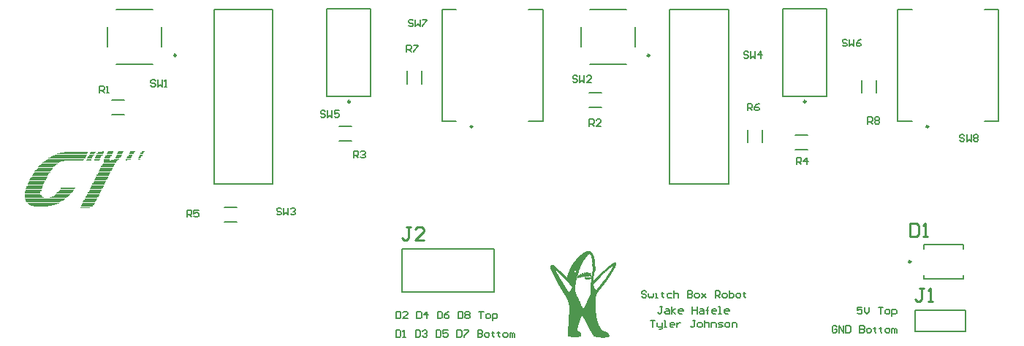
<source format=gto>
G04*
G04 #@! TF.GenerationSoftware,Altium Limited,Altium Designer,21.1.1 (26)*
G04*
G04 Layer_Color=65535*
%FSLAX25Y25*%
%MOIN*%
G70*
G04*
G04 #@! TF.SameCoordinates,BE8B2EE9-7010-4F0F-96DB-CACD0705D76A*
G04*
G04*
G04 #@! TF.FilePolarity,Positive*
G04*
G01*
G75*
%ADD10C,0.00984*%
%ADD11C,0.00400*%
%ADD12C,0.00050*%
%ADD13C,0.00787*%
%ADD14C,0.00591*%
%ADD15C,0.01000*%
D10*
X519441Y379000D02*
G03*
X519441Y379000I-492J0D01*
G01*
X263724Y452102D02*
G03*
X263724Y452102I-492J0D01*
G01*
X184378Y473224D02*
G03*
X184378Y473224I-492J0D01*
G01*
X319579Y440724D02*
G03*
X319579Y440724I-492J0D01*
G01*
X400283Y473224D02*
G03*
X400283Y473224I-492J0D01*
G01*
X471630Y452102D02*
G03*
X471630Y452102I-492J0D01*
G01*
X527484Y440724D02*
G03*
X527484Y440724I-492J0D01*
G01*
D11*
X150600Y429600D02*
X151000D01*
X153400D02*
X155400D01*
X158200D02*
X160200D01*
X163400D02*
X165400D01*
X168600D02*
X169800D01*
X133400Y429200D02*
X143800D01*
X145400D02*
X147400D01*
X148600D02*
X151000D01*
X153000D02*
X155400D01*
X157800D02*
X159800D01*
X163400D02*
X165000D01*
X168600D02*
X169400D01*
X131400Y428800D02*
X143800D01*
X145000D02*
X147000D01*
X148600D02*
X151000D01*
X153000D02*
X155000D01*
X157800D02*
X159800D01*
X163000D02*
X164600D01*
X168200D02*
X169000D01*
X130200Y428400D02*
X143400D01*
X145000D02*
X146600D01*
X148200D02*
X150600D01*
X152600D02*
X155000D01*
X157400D02*
X159400D01*
X163000D02*
X164600D01*
X168200D02*
X169000D01*
X129000Y428000D02*
X143400D01*
X144600D02*
X146600D01*
X148200D02*
X150600D01*
X152600D02*
X154600D01*
X157400D02*
X159400D01*
X162600D02*
X164200D01*
X167800D02*
X168600D01*
X128200Y427600D02*
X143000D01*
X144600D02*
X146200D01*
X147800D02*
X150200D01*
X152200D02*
X154600D01*
X157000D02*
X159000D01*
X162600D02*
X164200D01*
X167800D02*
X168600D01*
X127400Y427200D02*
X143000D01*
X144200D02*
X146200D01*
X147800D02*
X149800D01*
X152200D02*
X154200D01*
X157000D02*
X159000D01*
X162200D02*
X163800D01*
X167400D02*
X168200D01*
X127000Y426800D02*
X142600D01*
X144200D02*
X145800D01*
X147400D02*
X149800D01*
X151800D02*
X154200D01*
X156600D02*
X158600D01*
X162200D02*
X163800D01*
X167400D02*
X168200D01*
X126200Y426400D02*
X142600D01*
X143800D02*
X145800D01*
X147400D02*
X149400D01*
X151800D02*
X153800D01*
X156600D02*
X158200D01*
X161800D02*
X163400D01*
X167000D02*
X167800D01*
X125800Y426000D02*
X142200D01*
X143800D02*
X145400D01*
X147000D02*
X149400D01*
X151400D02*
X153800D01*
X156200D02*
X158200D01*
X161400D02*
X163400D01*
X167000D02*
X167800D01*
X125000Y425600D02*
X141800D01*
X143400D02*
X145400D01*
X147000D02*
X149000D01*
X151400D02*
X153800D01*
X154600D02*
X157400D01*
X161400D02*
X161800D01*
X124600Y425200D02*
X133000D01*
X151400D02*
X157000D01*
X124200Y424800D02*
X131400D01*
X151400D02*
X156600D01*
X123400Y424400D02*
X130600D01*
X151400D02*
X156600D01*
X123000Y424000D02*
X130200D01*
X151000D02*
X156200D01*
X122600Y423600D02*
X129400D01*
X150600D02*
X156200D01*
X122200Y423200D02*
X129000D01*
X150600D02*
X155800D01*
X121800Y422800D02*
X128600D01*
X150200D02*
X155800D01*
X121400Y422400D02*
X128200D01*
X150200D02*
X155400D01*
X121400Y422000D02*
X127800D01*
X149800D02*
X155000D01*
X121000Y421600D02*
X127800D01*
X149800D02*
X155000D01*
X120600Y421200D02*
X127400D01*
X149400D02*
X154600D01*
X120200Y420800D02*
X127000D01*
X149400D02*
X154600D01*
X119800Y420400D02*
X126600D01*
X149000D02*
X154200D01*
X119800Y420000D02*
X126600D01*
X149000D02*
X154200D01*
X119400Y419600D02*
X126200D01*
X148600D02*
X153800D01*
X119000Y419200D02*
X125800D01*
X148600D02*
X153800D01*
X119000Y418800D02*
X125800D01*
X148200D02*
X153400D01*
X118600Y418400D02*
X125400D01*
X148200D02*
X153400D01*
X118600Y418000D02*
X125400D01*
X147800D02*
X153000D01*
X118200Y417600D02*
X125000D01*
X147800D02*
X153000D01*
X117800Y417200D02*
X125000D01*
X147400D02*
X152600D01*
X117800Y416800D02*
X124600D01*
X147400D02*
X152600D01*
X117400Y416400D02*
X124600D01*
X147000D02*
X152200D01*
X117400Y416000D02*
X124200D01*
X147000D02*
X152200D01*
X117000Y415600D02*
X124200D01*
X146600D02*
X151800D01*
X117000Y415200D02*
X123800D01*
X146600D02*
X151800D01*
X116600Y414800D02*
X123800D01*
X146200D02*
X151400D01*
X116600Y414400D02*
X123400D01*
X146200D02*
X151400D01*
X116600Y414000D02*
X123400D01*
X145800D02*
X151000D01*
X116200Y413600D02*
X123000D01*
X145800D02*
X151000D01*
X116200Y413200D02*
X123000D01*
X145400D02*
X150600D01*
X116200Y412800D02*
X123000D01*
X131800D02*
X138200D01*
X145400D02*
X150600D01*
X115800Y412400D02*
X122600D01*
X131800D02*
X137800D01*
X145000D02*
X150200D01*
X115800Y412000D02*
X122600D01*
X131400D02*
X137400D01*
X145000D02*
X150200D01*
X115800Y411600D02*
X122600D01*
X131000D02*
X137000D01*
X144600D02*
X149800D01*
X115400Y411200D02*
X122200D01*
X130600D02*
X137000D01*
X144600D02*
X149800D01*
X115400Y410800D02*
X122200D01*
X130200D02*
X136600D01*
X144200D02*
X149400D01*
X115400Y410400D02*
X122200D01*
X129800D02*
X136200D01*
X144200D02*
X149400D01*
X115400Y410000D02*
X122200D01*
X129400D02*
X135800D01*
X143800D02*
X149000D01*
X115400Y409600D02*
X122600D01*
X129000D02*
X135400D01*
X143800D02*
X149000D01*
X115400Y409200D02*
X122600D01*
X128600D02*
X135000D01*
X143400D02*
X148600D01*
X115400Y408800D02*
X123000D01*
X127800D02*
X134600D01*
X143000D02*
X148600D01*
X115400Y408400D02*
X123800D01*
X126600D02*
X134200D01*
X143000D02*
X148200D01*
X115400Y408000D02*
X133400D01*
X142600D02*
X148200D01*
X115800Y407600D02*
X133000D01*
X142600D02*
X147800D01*
X115800Y407200D02*
X132600D01*
X142200D02*
X147800D01*
X115800Y406800D02*
X131800D01*
X142200D02*
X147400D01*
X116200Y406400D02*
X131000D01*
X141800D02*
X147000D01*
X116600Y406000D02*
X130600D01*
X141800D02*
X147000D01*
X117000Y405600D02*
X129800D01*
X141400D02*
X146600D01*
X117400Y405200D02*
X128600D01*
X141400D02*
X146600D01*
X118200Y404800D02*
X127400D01*
X141000D02*
X146200D01*
X119400Y404400D02*
X125800D01*
X141000D02*
X146200D01*
X140600Y404000D02*
X144600D01*
D12*
X363650Y356950D02*
X375400D01*
X363650Y357000D02*
X375450D01*
X363650Y357050D02*
X375450D01*
X363650Y357100D02*
X375450D01*
X363650Y357150D02*
X375450D01*
X363650Y357200D02*
X375450D01*
X363650Y357250D02*
X375450D01*
X363650Y357300D02*
X375400D01*
X363650Y357350D02*
X375400D01*
X363650Y357400D02*
X375400D01*
X363650Y357450D02*
X375400D01*
X363650Y357500D02*
X375400D01*
X363650Y357550D02*
X375400D01*
X362350Y363000D02*
X367100D01*
X362350Y363050D02*
X367050D01*
X362350Y363100D02*
X367100D01*
X362250Y363150D02*
X367000D01*
X362250Y363200D02*
X367000D01*
X362250Y363250D02*
X367000D01*
X362200Y363300D02*
X367000D01*
X362150Y363350D02*
X366900D01*
X362150Y363400D02*
X366900D01*
X362100Y363450D02*
X366900D01*
X362100Y363500D02*
X366900D01*
X362050Y363550D02*
X366800D01*
X362000Y363600D02*
X366800D01*
X362000Y363650D02*
X366800D01*
X362000Y363700D02*
X366800D01*
X361950Y363750D02*
X366800D01*
X361900Y363800D02*
X366750D01*
X361900Y363850D02*
X366700D01*
X361900Y363900D02*
X366700D01*
X361800Y363950D02*
X366700D01*
X361800Y364000D02*
X366650D01*
X361750Y364050D02*
X366600D01*
X361750Y364100D02*
X366600D01*
X361700Y364150D02*
X366600D01*
X361700Y364200D02*
X366600D01*
X361600Y364250D02*
X366600D01*
X361550Y364300D02*
X366550D01*
X361550Y364350D02*
X366550D01*
X361550Y364400D02*
X366500D01*
X361500Y364450D02*
X366500D01*
X361500Y364500D02*
X366500D01*
X361450Y364550D02*
X366450D01*
X361450Y364600D02*
X366400D01*
X361400Y364650D02*
X366400D01*
X361400Y364700D02*
X366350D01*
X361300Y364750D02*
X366350D01*
X361300Y364800D02*
X366350D01*
X361300Y364850D02*
X366350D01*
X363600Y354950D02*
X375650D01*
X363600Y355000D02*
X375650D01*
X363600Y355050D02*
X375600D01*
X363600Y355100D02*
X375600D01*
X363600Y355150D02*
X375600D01*
X363600Y355200D02*
X375600D01*
X363600Y355250D02*
X375600D01*
X363600Y355300D02*
X375600D01*
X363600Y355350D02*
X375600D01*
X363600Y355400D02*
X375600D01*
X363600Y355450D02*
X375600D01*
X363600Y355500D02*
X375600D01*
X363600Y355550D02*
X375600D01*
X363600Y355600D02*
X375550D01*
X363600Y355650D02*
X375550D01*
X363600Y355700D02*
X375550D01*
X363600Y355750D02*
X375550D01*
X363600Y355800D02*
X375550D01*
X363600Y355850D02*
X375550D01*
X363600Y355900D02*
X375550D01*
X363600Y355950D02*
X375550D01*
X363600Y356000D02*
X375550D01*
X363650Y356050D02*
X375550D01*
X363650Y356100D02*
X375500D01*
X363650Y356150D02*
X375500D01*
X363650Y356200D02*
X375500D01*
X363650Y356250D02*
X375500D01*
X363600Y356300D02*
X375500D01*
X363600Y356350D02*
X375500D01*
X363600Y356400D02*
X375500D01*
X363650Y356450D02*
X375500D01*
X363650Y356500D02*
X375500D01*
X363650Y356550D02*
X375500D01*
X363650Y356600D02*
X375450D01*
X363650Y356650D02*
X375450D01*
X363650Y356700D02*
X375450D01*
X363650Y356750D02*
X375450D01*
X363650Y356800D02*
X375450D01*
X363650Y356850D02*
X375450D01*
X363650Y356900D02*
X375400D01*
X368500Y372950D02*
X373450D01*
X367650Y380950D02*
X370800D01*
X361200Y364950D02*
X366300D01*
X367750Y381000D02*
X370850D01*
X367750Y381050D02*
X370900D01*
X367900Y381100D02*
X370900D01*
X367900Y381150D02*
X371000D01*
X367950Y381200D02*
X371000D01*
X368000Y381250D02*
X371000D01*
X368050Y381300D02*
X371050D01*
X368100Y381350D02*
X371100D01*
X368150Y381400D02*
X371150D01*
X368200Y381450D02*
X371200D01*
X368250Y381500D02*
X371200D01*
X368250Y381550D02*
X371300D01*
X368350Y381600D02*
X371300D01*
X368400Y381650D02*
X371300D01*
X368450Y381700D02*
X371450D01*
X368450Y381750D02*
X371500D01*
X368550Y381800D02*
X371500D01*
X368600Y381850D02*
X371550D01*
X368700Y381900D02*
X371600D01*
X368700Y381950D02*
X371600D01*
X368800Y382000D02*
X371650D01*
X368800Y382050D02*
X371700D01*
X368900Y382100D02*
X371700D01*
X368900Y382150D02*
X371750D01*
X369050Y382200D02*
X371800D01*
X369050Y382250D02*
X371850D01*
X369150Y382300D02*
X371850D01*
X369150Y382350D02*
X371900D01*
X369300Y382400D02*
X371950D01*
X369300Y382450D02*
X372000D01*
X369400Y382500D02*
X372050D01*
X369400Y382550D02*
X372150D01*
X369500Y382600D02*
X372150D01*
X369550Y382650D02*
X372250D01*
X369650Y382700D02*
X372250D01*
X369650Y382750D02*
X372400D01*
X369800Y382800D02*
X372500D01*
X369800Y382850D02*
X372500D01*
X369950Y382900D02*
X372550D01*
X369950Y382950D02*
X372650D01*
X370050Y383000D02*
X372700D01*
X370100Y383050D02*
X373800D01*
X370200Y383100D02*
X373750D01*
X370250Y383150D02*
X373750D01*
X370350Y383200D02*
X373700D01*
X370350Y383250D02*
X373700D01*
X368550Y373000D02*
X373500D01*
X368550Y373050D02*
X373450D01*
X368550Y373100D02*
X373550D01*
X377450Y373150D02*
X378350D01*
X369300D02*
X373550D01*
X377500Y373200D02*
X378400D01*
X369350D02*
X373550D01*
X377550Y373250D02*
X378400D01*
X369400D02*
X373200D01*
X377600Y373300D02*
X378500D01*
X369450D02*
X373150D01*
X377650Y373350D02*
X378550D01*
X369450D02*
X373150D01*
X377700Y373400D02*
X378600D01*
X369500D02*
X373100D01*
X377750Y373450D02*
X378650D01*
X370150D02*
X373100D01*
X377800Y373500D02*
X378650D01*
X370200D02*
X372800D01*
X377850Y373550D02*
X378700D01*
X370250D02*
X372700D01*
X377900Y373600D02*
X378750D01*
X370250D02*
X372700D01*
X377950Y373650D02*
X378800D01*
X370300D02*
X370800D01*
X378000Y373700D02*
X378850D01*
X370300D02*
X370700D01*
X378050Y373750D02*
X378900D01*
X370300D02*
X370700D01*
X378100Y373800D02*
X378950D01*
X370300D02*
X370600D01*
X378150Y373850D02*
X379050D01*
X370300D02*
X370600D01*
X378200Y373900D02*
X379050D01*
X370250D02*
X370550D01*
X378250Y373950D02*
X379150D01*
X370300D02*
X370550D01*
X378300Y374000D02*
X379200D01*
X370350D02*
X370500D01*
X378350Y374050D02*
X379250D01*
X367000Y380200D02*
X370350D01*
X367000Y380250D02*
X370350D01*
X367100Y380300D02*
X370350D01*
X367100Y380350D02*
X370450D01*
X367200Y380400D02*
X370450D01*
X367200Y380450D02*
X370500D01*
X367300Y380500D02*
X370450D01*
X367300Y380550D02*
X370550D01*
X367400Y380600D02*
X370550D01*
X367400Y380650D02*
X370600D01*
X367500Y380700D02*
X370600D01*
X367500Y380750D02*
X370700D01*
X367600Y380800D02*
X370700D01*
X367600Y380850D02*
X370700D01*
X367650Y380900D02*
X370800D01*
X377350Y367800D02*
X378350D01*
X377400Y367850D02*
X378400D01*
X377450Y367900D02*
X378400D01*
X377500Y367950D02*
X378450D01*
X377550Y368000D02*
X378500D01*
X377600Y368050D02*
X378550D01*
X377600Y368100D02*
X378550D01*
X377650Y368150D02*
X378600D01*
X377700Y368200D02*
X378650D01*
X377750Y368250D02*
X378700D01*
X377750Y368300D02*
X378750D01*
X377800Y368350D02*
X378800D01*
X377850Y368400D02*
X378800D01*
X377900Y368450D02*
X378900D01*
X377950Y368500D02*
X378900D01*
X378000Y368550D02*
X378950D01*
X378000Y368600D02*
X379000D01*
X378050Y368650D02*
X379000D01*
X378100Y368700D02*
X379050D01*
X378150Y368750D02*
X379100D01*
X378150Y368800D02*
X379150D01*
X378200Y368850D02*
X379200D01*
X378250Y368900D02*
X379250D01*
X378300Y368950D02*
X379250D01*
X378300Y369000D02*
X379300D01*
X378350Y369050D02*
X379350D01*
X370350Y372700D02*
X371000D01*
X368350Y372750D02*
X371750D01*
X368450Y372800D02*
X371850D01*
X368500Y372850D02*
X371900D01*
X368500Y372900D02*
X373500D01*
X370050Y357600D02*
X375400D01*
X370000Y357650D02*
X375400D01*
X370100Y357700D02*
X375400D01*
X370100Y357750D02*
X375400D01*
X370150Y357800D02*
X375400D01*
X370200Y357850D02*
X375400D01*
X370250Y357900D02*
X375400D01*
X370250Y357950D02*
X375400D01*
X370350Y358000D02*
X375350D01*
X370350Y358050D02*
X375350D01*
X370350Y353400D02*
X375850D01*
X370350Y353450D02*
X375850D01*
X370350Y353500D02*
X375850D01*
X370300Y353550D02*
X375850D01*
X370250Y353600D02*
X375850D01*
X370200Y353650D02*
X375800D01*
X370200Y353700D02*
X375800D01*
X370150Y353750D02*
X375800D01*
X370150Y353800D02*
X375800D01*
X370050Y353850D02*
X375800D01*
X370050Y353900D02*
X375800D01*
X370050Y353950D02*
X375800D01*
X370000Y354000D02*
X375750D01*
X370000Y354050D02*
X375750D01*
X369950Y354100D02*
X375750D01*
X369950Y354150D02*
X375750D01*
X369850Y354200D02*
X375700D01*
X369850Y354250D02*
X375700D01*
X369800Y354300D02*
X375700D01*
X369800Y354350D02*
X375700D01*
X369750Y354400D02*
X375700D01*
X369750Y354450D02*
X375700D01*
X369700Y354500D02*
X375700D01*
X369700Y354550D02*
X375700D01*
X369600Y354600D02*
X375650D01*
X369550Y354650D02*
X375650D01*
X369600Y354700D02*
X375650D01*
X369600Y354750D02*
X375650D01*
X369500Y354800D02*
X375650D01*
X369500Y354850D02*
X375650D01*
X369450Y354900D02*
X375650D01*
X378100Y344650D02*
X379450D01*
X377300Y344700D02*
X380500D01*
X376950Y344750D02*
X380750D01*
X376550Y344800D02*
X381200D01*
X376350Y344850D02*
X381350D01*
X376050Y344900D02*
X381450D01*
X375950Y344950D02*
X381500D01*
X375650Y345000D02*
X381500D01*
X375550Y345050D02*
X381550D01*
X375350Y345100D02*
X381550D01*
X375150Y345150D02*
X381600D01*
X375000Y345200D02*
X381600D01*
X374950Y345250D02*
X381600D01*
X374850Y345300D02*
X381600D01*
X374800Y345350D02*
X381600D01*
X374750Y345400D02*
X381600D01*
X374750Y345450D02*
X381600D01*
X374700Y345500D02*
X381600D01*
X374650Y345550D02*
X381550D01*
X374600Y345600D02*
X381550D01*
X374600Y345650D02*
X381550D01*
X374550Y345700D02*
X381550D01*
X374500Y345750D02*
X381500D01*
X374500Y345800D02*
X381450D01*
X374450Y345850D02*
X381450D01*
X374450Y345900D02*
X381400D01*
X374400Y345950D02*
X381400D01*
X374400Y346000D02*
X381350D01*
X374350Y346050D02*
X381300D01*
X374350Y346100D02*
X381300D01*
X374300Y346150D02*
X381250D01*
X374300Y346200D02*
X381200D01*
X374250Y346250D02*
X381150D01*
X374200Y346300D02*
X381050D01*
X374150Y346350D02*
X381050D01*
X374150Y346400D02*
X381000D01*
X374150Y346450D02*
X380950D01*
X374100Y346500D02*
X380850D01*
X374050Y346550D02*
X380850D01*
X374000Y346600D02*
X380750D01*
X374000Y346650D02*
X380650D01*
X373950Y346700D02*
X380600D01*
X373950Y346750D02*
X380550D01*
X373900Y346800D02*
X380400D01*
X373900Y346850D02*
X380400D01*
X373850Y346900D02*
X380250D01*
X373800Y346950D02*
X380250D01*
X373800Y347000D02*
X380100D01*
X373750Y347050D02*
X380000D01*
X373800Y347100D02*
X379900D01*
X373800Y347150D02*
X379850D01*
X373700Y347200D02*
X379650D01*
X373650Y347250D02*
X379600D01*
X373650Y347300D02*
X379450D01*
X373600Y347350D02*
X379350D01*
X373600Y347400D02*
X379150D01*
X373550Y347450D02*
X379100D01*
X373500Y347500D02*
X378950D01*
X373450Y347550D02*
X378800D01*
X373450Y347600D02*
X378600D01*
X373450Y347650D02*
X378450D01*
X373400Y347700D02*
X378350D01*
X361200Y365000D02*
X366300D01*
X361100Y365050D02*
X366300D01*
X361150Y365100D02*
X366250D01*
X361050Y365150D02*
X366250D01*
X361000Y365200D02*
X363050D01*
X361000Y365250D02*
X363050D01*
X361000Y365300D02*
X362950D01*
X360900Y365350D02*
X362950D01*
X360900Y365400D02*
X362950D01*
X360900Y365450D02*
X362900D01*
X360850Y365500D02*
X362750D01*
X360800Y365550D02*
X362750D01*
X360750Y365600D02*
X362700D01*
X360700Y365650D02*
X362650D01*
X360650Y365700D02*
X362600D01*
X360650Y365750D02*
X362550D01*
X360650Y365800D02*
X362500D01*
X360600Y365850D02*
X362500D01*
X360600Y365900D02*
X362500D01*
X360550Y365950D02*
X362500D01*
X360550Y366000D02*
X362450D01*
X360450Y366050D02*
X362400D01*
X360400Y366100D02*
X362400D01*
X360400Y366150D02*
X362400D01*
X360400Y366200D02*
X362350D01*
Y366500D02*
X362400D01*
X362350Y370850D02*
X364150D01*
X362300Y370900D02*
X364050D01*
X362250Y370950D02*
X364000D01*
X362200Y371000D02*
X363950D01*
X362150Y371050D02*
X363900D01*
X362100Y371100D02*
X363850D01*
X362100Y371150D02*
X363850D01*
X362050Y371200D02*
X363800D01*
X361950Y371250D02*
X363750D01*
X361900Y371300D02*
X363750D01*
X361850Y371350D02*
X363750D01*
X361850Y371400D02*
X363700D01*
X361800Y371450D02*
X363650D01*
X361700Y371500D02*
X363650D01*
X361700Y371550D02*
X362450D01*
X361600Y371600D02*
X362450D01*
X361550Y371650D02*
X362550D01*
X361500Y371700D02*
X362450D01*
X361450Y371750D02*
X362350D01*
X361400Y371800D02*
X362350D01*
Y371850D02*
X362400D01*
X361250Y364900D02*
X366300D01*
X381250Y372950D02*
X382050D01*
X377250D02*
X378150D01*
X373950D02*
X374600D01*
X373900Y380950D02*
X374800D01*
X372700Y348950D02*
X377450D01*
X373500Y364950D02*
X376100D01*
X365900Y372950D02*
X367150D01*
X365100D02*
X365750D01*
X364300D02*
X364800D01*
X363900D02*
X364100D01*
X363000D02*
X363800D01*
X363150Y348950D02*
X367200D01*
X360200Y372950D02*
X361200D01*
X356750D02*
X358350D01*
X381300Y373000D02*
X382100D01*
X381300Y373050D02*
X382100D01*
X381350Y373100D02*
X382150D01*
X381400Y373150D02*
X382150D01*
X381400Y373200D02*
X382200D01*
X381450Y373250D02*
X382250D01*
X381500Y373300D02*
X382250D01*
X381500Y373350D02*
X382300D01*
X381550Y373400D02*
X382350D01*
X381550Y373450D02*
X382350D01*
X381600Y373500D02*
X382400D01*
X381600Y373550D02*
X382450D01*
X381650Y373600D02*
X382450D01*
X381700Y373650D02*
X382500D01*
X381700Y373700D02*
X382500D01*
X381750Y373750D02*
X382550D01*
X381750Y373800D02*
X382550D01*
X381850Y373850D02*
X382600D01*
X381850Y373900D02*
X382650D01*
X381900Y373950D02*
X382650D01*
X381900Y374000D02*
X382700D01*
X381950Y374050D02*
X382700D01*
X382000Y374100D02*
X382750D01*
X378400D02*
X379300D01*
X382000Y374150D02*
X382800D01*
X378450D02*
X379350D01*
X382050Y374200D02*
X382800D01*
X378500D02*
X379400D01*
X382100Y374250D02*
X382850D01*
X378550D02*
X379450D01*
X382100Y374300D02*
X382850D01*
X378600D02*
X379500D01*
X382100Y374350D02*
X382900D01*
X378650D02*
X379600D01*
X382150Y374400D02*
X382950D01*
X378700D02*
X379600D01*
X382150Y374450D02*
X382950D01*
X378800D02*
X379700D01*
X382200Y374500D02*
X383000D01*
X378850D02*
X379750D01*
X382250Y374550D02*
X383000D01*
X378900D02*
X379800D01*
X382300Y374600D02*
X383050D01*
X379000D02*
X379850D01*
X382350Y374650D02*
X383100D01*
X379050D02*
X379900D01*
X382350Y374700D02*
X383100D01*
X379100D02*
X380000D01*
X382400Y374750D02*
X383150D01*
X379200D02*
X380050D01*
X382400Y374800D02*
X383150D01*
X379200D02*
X380100D01*
X382450Y374850D02*
X383200D01*
X379300D02*
X380150D01*
X382500Y374900D02*
X383200D01*
X379350D02*
X380200D01*
X382500Y374950D02*
X383250D01*
X379400D02*
X380250D01*
X382550Y375000D02*
X383300D01*
X379500D02*
X380300D01*
X382600Y375050D02*
X383300D01*
X379600D02*
X380350D01*
X382600Y375100D02*
X383350D01*
X379650D02*
X380400D01*
X382650Y375150D02*
X383350D01*
X379700D02*
X380450D01*
X382650Y375200D02*
X383400D01*
X379800D02*
X380500D01*
X382700Y375250D02*
X383400D01*
X379800D02*
X380550D01*
X382750Y375300D02*
X383450D01*
X379900D02*
X380650D01*
X382750Y375350D02*
X383500D01*
X379900D02*
X380650D01*
X382800Y375400D02*
X383500D01*
X380000D02*
X380750D01*
X382850Y375450D02*
X383550D01*
X380000D02*
X380800D01*
X382850Y375500D02*
X383550D01*
X380100D02*
X380800D01*
X382900Y375550D02*
X383600D01*
X380150D02*
X380900D01*
X382900Y375600D02*
X383600D01*
X380200D02*
X380950D01*
X382950Y375650D02*
X383650D01*
X380250D02*
X381000D01*
X382950Y375700D02*
X383700D01*
X380300D02*
X381050D01*
X383000Y375750D02*
X383700D01*
X380350D02*
X381100D01*
X383050Y375800D02*
X383750D01*
X380400D02*
X381150D01*
X383050Y375850D02*
X383750D01*
X380450D02*
X381200D01*
X383100Y375900D02*
X383800D01*
X380500D02*
X381250D01*
X383150Y375950D02*
X383850D01*
X380550D02*
X381300D01*
X383150Y376000D02*
X383850D01*
X380600D02*
X381350D01*
X383200Y376050D02*
X383900D01*
X380650D02*
X381450D01*
X383200Y376100D02*
X383900D01*
X380700D02*
X381500D01*
X383250Y376150D02*
X383950D01*
X380750D02*
X381550D01*
X383250Y376200D02*
X383950D01*
X380800D02*
X381650D01*
X383300Y376250D02*
X384000D01*
X380900D02*
X381700D01*
X383350Y376300D02*
X384000D01*
X380900D02*
X381800D01*
X383350Y376350D02*
X384050D01*
X381000D02*
X381850D01*
X383400Y376400D02*
X384100D01*
X381050D02*
X381950D01*
X383400Y376450D02*
X384100D01*
X381100D02*
X382000D01*
X383450Y376500D02*
X384150D01*
X381200D02*
X382100D01*
X383450Y376550D02*
X384150D01*
X381250D02*
X382150D01*
X383500Y376600D02*
X384200D01*
X381300D02*
X382200D01*
X383500Y376650D02*
X384250D01*
X381350D02*
X382300D01*
X383550Y376700D02*
X384250D01*
X381450D02*
X382350D01*
X383550Y376750D02*
X384300D01*
X381500D02*
X382450D01*
X383600Y376800D02*
X384300D01*
X381550D02*
X382500D01*
X383600Y376850D02*
X384350D01*
X381650D02*
X382600D01*
X383600Y376900D02*
X384350D01*
X381700D02*
X382650D01*
X383650Y376950D02*
X384350D01*
X381750D02*
X382750D01*
X383700Y377000D02*
X384400D01*
X381850D02*
X382800D01*
X383700Y377050D02*
X384400D01*
X381900D02*
X382900D01*
X383700Y377100D02*
X384400D01*
X381950D02*
X382950D01*
X383750Y377150D02*
X384450D01*
X382050D02*
X383050D01*
X383750Y377200D02*
X384450D01*
X382100D02*
X383100D01*
X383800Y377250D02*
X384500D01*
X382200D02*
X383200D01*
X383800Y377300D02*
X384500D01*
X382250D02*
X383300D01*
X383850Y377350D02*
X384550D01*
X382300D02*
X383350D01*
X383850Y377400D02*
X384550D01*
X382350D02*
X383400D01*
X383850Y377450D02*
X384550D01*
X382450D02*
X383500D01*
X383900Y377500D02*
X384600D01*
X382500D02*
X383550D01*
X383950Y377550D02*
X384600D01*
X382550D02*
X383650D01*
X383950Y377600D02*
X384600D01*
X382650D02*
X383750D01*
X383950Y377650D02*
X384650D01*
X382700D02*
X383800D01*
X384000Y377700D02*
X384650D01*
X382750D02*
X383900D01*
X384000Y377750D02*
X384700D01*
X382850D02*
X383950D01*
X382900Y377800D02*
X384700D01*
X382950Y377850D02*
X384700D01*
X383050Y377900D02*
X384750D01*
X383100Y377950D02*
X384750D01*
X383150Y378000D02*
X384750D01*
X383200Y378050D02*
X384800D01*
X383300Y378100D02*
X384800D01*
X383350Y378150D02*
X384800D01*
X383400Y378200D02*
X384800D01*
X383500Y378250D02*
X384800D01*
X383550Y378300D02*
X384750D01*
X383650Y378350D02*
X384750D01*
X383700Y378400D02*
X384750D01*
X383750Y378450D02*
X384750D01*
X383850Y378500D02*
X384700D01*
X383900Y378550D02*
X384700D01*
X384050Y378600D02*
X384650D01*
X384150Y378650D02*
X384500D01*
X384250Y378700D02*
X384500D01*
X378400Y369100D02*
X379350D01*
X378450Y369150D02*
X379400D01*
X378500Y369200D02*
X379450D01*
X378550Y369250D02*
X379500D01*
X378550Y369300D02*
X379500D01*
X378600Y369350D02*
X379550D01*
X378650Y369400D02*
X379600D01*
X378700Y369450D02*
X379650D01*
X378700Y369500D02*
X379650D01*
X378750Y369550D02*
X379700D01*
X378800Y369600D02*
X379750D01*
X378850Y369650D02*
X379800D01*
X378900Y369700D02*
X379850D01*
X378950Y369750D02*
X379850D01*
X379000Y369800D02*
X379900D01*
X379050Y369850D02*
X379950D01*
X379050Y369900D02*
X379950D01*
X379100Y369950D02*
X380000D01*
X379150Y370000D02*
X380050D01*
X379200Y370050D02*
X380050D01*
X379250Y370100D02*
X380100D01*
X379300Y370150D02*
X380150D01*
X379300Y370200D02*
X380200D01*
X379400Y370250D02*
X380200D01*
X379400Y370300D02*
X380250D01*
X379450Y370350D02*
X380300D01*
X379500Y370400D02*
X380350D01*
X379550Y370450D02*
X380350D01*
X379600Y370500D02*
X380400D01*
X379650Y370550D02*
X380450D01*
X379650Y370600D02*
X380450D01*
X379700Y370650D02*
X380500D01*
X379750Y370700D02*
X380550D01*
X379800Y370750D02*
X380600D01*
X379850Y370800D02*
X380600D01*
X379900Y370850D02*
X380650D01*
X379950Y370900D02*
X380700D01*
X380000Y370950D02*
X380750D01*
X380000Y371000D02*
X380750D01*
X380050Y371050D02*
X380800D01*
X380100Y371100D02*
X380800D01*
X380100Y371150D02*
X380900D01*
X380150Y371200D02*
X380900D01*
X380150Y371250D02*
X380950D01*
X380200Y371300D02*
X381000D01*
X380250Y371350D02*
X381000D01*
X380250Y371400D02*
X381050D01*
X380300Y371450D02*
X381100D01*
X380350Y371500D02*
X381100D01*
X380350Y371550D02*
X381200D01*
X380400Y371600D02*
X381200D01*
X380400Y371650D02*
X381200D01*
X380450Y371700D02*
X381300D01*
X380500Y371750D02*
X381300D01*
X380500Y371800D02*
X381350D01*
X380550Y371850D02*
X381350D01*
X380550Y371900D02*
X381400D01*
X380600Y371950D02*
X381450D01*
X380650Y372000D02*
X381450D01*
X380700Y372050D02*
X381500D01*
X380700Y372100D02*
X381550D01*
X380750Y372150D02*
X381550D01*
X380800Y372200D02*
X381600D01*
X380800Y372250D02*
X381600D01*
X380800Y372300D02*
X381650D01*
X380900Y372350D02*
X381700D01*
X380900Y372400D02*
X381700D01*
X380950Y372450D02*
X381750D01*
X380950Y372500D02*
X381750D01*
X381000Y372550D02*
X381800D01*
X381050Y372600D02*
X381850D01*
X381050Y372650D02*
X381850D01*
X381100Y372700D02*
X381900D01*
X381150Y372750D02*
X381950D01*
X381150Y372800D02*
X381950D01*
X381200Y372850D02*
X382000D01*
X381200Y372900D02*
X382050D01*
X379550Y344650D02*
X379600D01*
X380450Y346800D02*
X380500D01*
X380300Y346900D02*
X380350D01*
X378500Y347650D02*
X378550D01*
X373900Y381000D02*
X374700D01*
X373900Y381050D02*
X374700D01*
X373850Y381100D02*
X374700D01*
X373800Y381150D02*
X374700D01*
X373800Y381200D02*
X374700D01*
X373800Y381250D02*
X374650D01*
X373800Y381300D02*
X374600D01*
X373750Y381350D02*
X374600D01*
X373750Y381400D02*
X374600D01*
X373700Y381450D02*
X374550D01*
X373650Y381500D02*
X374550D01*
X373650Y381550D02*
X374550D01*
X373700Y381600D02*
X374550D01*
X373700Y381650D02*
X374550D01*
X373700Y381700D02*
X374450D01*
X373700Y381750D02*
X374500D01*
X373650Y381800D02*
X374500D01*
X373600Y381850D02*
X374450D01*
X373600Y381900D02*
X374450D01*
X373600Y381950D02*
X374450D01*
X373600Y382000D02*
X374400D01*
X373550Y382050D02*
X374400D01*
X373500Y382100D02*
X374400D01*
X373450Y382150D02*
X374350D01*
X373450Y382200D02*
X374250D01*
X373400Y382250D02*
X374250D01*
X373450Y382300D02*
X374200D01*
X373350Y382350D02*
X374200D01*
X373350Y382400D02*
X374150D01*
X373350Y382450D02*
X374150D01*
X373300Y382500D02*
X374150D01*
X373250Y382550D02*
X374100D01*
X373250Y382600D02*
X374100D01*
X373150Y382650D02*
X374050D01*
X373150Y382700D02*
X374050D01*
X373100Y382750D02*
X374000D01*
X373050Y382800D02*
X373950D01*
X373050Y382850D02*
X373950D01*
X373000Y382900D02*
X373900D01*
X372950Y382950D02*
X373850D01*
X372850Y383000D02*
X373850D01*
X370500Y383300D02*
X373600D01*
X370550Y383350D02*
X373600D01*
X370700Y383400D02*
X373500D01*
X370700Y383450D02*
X373500D01*
X370900Y383500D02*
X373450D01*
X370900Y383550D02*
X373400D01*
X371050Y383600D02*
X373300D01*
X371150Y383650D02*
X373300D01*
X371300Y383700D02*
X373200D01*
X371350Y383750D02*
X373150D01*
X371550Y383800D02*
X373050D01*
X371700Y383850D02*
X373000D01*
X371900Y383900D02*
X372900D01*
X372500Y383950D02*
X372600D01*
X372200D02*
X372450D01*
X377300Y373000D02*
X378200D01*
X374000D02*
X374600D01*
X377350Y373050D02*
X378250D01*
X374000D02*
X374600D01*
X377400Y373100D02*
X378300D01*
X374000D02*
X374600D01*
X374000Y373150D02*
X374600D01*
X374000Y373200D02*
X374650D01*
X374000Y373250D02*
X374650D01*
X373400D02*
X373550D01*
X374000Y373300D02*
X374650D01*
X373450D02*
X373500D01*
X374000Y373350D02*
X374650D01*
X373450D02*
X373500D01*
X374050Y373400D02*
X374650D01*
X374050Y373450D02*
X374650D01*
X374050Y373500D02*
X374650D01*
X372850D02*
X373100D01*
X374050Y373550D02*
X374650D01*
X372900D02*
X373100D01*
X374050Y373600D02*
X374700D01*
X372950D02*
X373100D01*
X374050Y373650D02*
X374700D01*
X373000D02*
X373150D01*
X370850D02*
X372700D01*
X374100Y373700D02*
X374700D01*
X373000D02*
X373350D01*
X372300D02*
X372700D01*
X371600D02*
X372200D01*
X370900D02*
X371550D01*
X374100Y373750D02*
X374700D01*
X373050D02*
X373250D01*
X372350D02*
X372650D01*
X371650D02*
X372150D01*
X370950D02*
X371450D01*
X374100Y373800D02*
X374700D01*
X373000D02*
X373100D01*
X372400D02*
X372650D01*
X371700D02*
X372100D01*
X371000D02*
X371450D01*
X374100Y373850D02*
X374750D01*
X372500D02*
X372650D01*
X371700D02*
X372050D01*
X371000D02*
X371400D01*
X374100Y373900D02*
X374700D01*
X372500D02*
X372650D01*
X371750D02*
X372050D01*
X371050D02*
X371350D01*
X374100Y373950D02*
X374750D01*
X372550D02*
X372600D01*
X371750D02*
X372050D01*
X371100D02*
X371350D01*
X374150Y374000D02*
X374750D01*
X371800D02*
X372100D01*
X371100D02*
X371350D01*
X374150Y374050D02*
X374750D01*
X371850D02*
X372050D01*
X371100D02*
X371350D01*
X370400D02*
X370450D01*
X374150Y374100D02*
X374750D01*
X371850D02*
X372150D01*
X371150D02*
X371350D01*
X374150Y374150D02*
X374750D01*
X371900D02*
X371950D01*
X371200D02*
X371350D01*
X374150Y374200D02*
X374800D01*
X374150Y374250D02*
X374800D01*
X374200Y374300D02*
X374800D01*
X374200Y374350D02*
X374800D01*
X374200Y374400D02*
X374800D01*
X374200Y374450D02*
X374850D01*
X374200Y374500D02*
X374900D01*
X374200Y374550D02*
X374950D01*
X374250Y374600D02*
X374950D01*
X374250Y374650D02*
X375000D01*
X374250Y374700D02*
X375050D01*
X374250Y374750D02*
X375050D01*
X374250Y374800D02*
X375100D01*
X374300Y374850D02*
X375150D01*
X374300Y374900D02*
X375150D01*
X375000Y374950D02*
X375200D01*
X374300D02*
X374950D01*
X375050Y375000D02*
X375200D01*
X374300D02*
X374950D01*
X375050Y375050D02*
X375250D01*
X374300D02*
X374950D01*
X375100Y375100D02*
X375250D01*
X374300D02*
X374950D01*
X375100Y375150D02*
X375250D01*
X374300D02*
X375000D01*
X375100Y375200D02*
X375250D01*
X374300D02*
X375000D01*
X375100Y375250D02*
X375300D01*
X374300D02*
X375000D01*
X375150Y375300D02*
X375300D01*
X374300D02*
X375000D01*
X375150Y375350D02*
X375350D01*
X374300D02*
X375000D01*
X375150Y375400D02*
X375350D01*
X374300D02*
X375000D01*
X375200Y375450D02*
X375350D01*
X374300D02*
X375000D01*
X375200Y375500D02*
X375350D01*
X374300D02*
X375000D01*
X375250Y375550D02*
X375350D01*
X374300D02*
X375000D01*
X375250Y375600D02*
X375350D01*
X374300D02*
X375000D01*
X375250Y375650D02*
X375350D01*
X374300D02*
X375000D01*
X375250Y375700D02*
X375400D01*
X374250D02*
X375000D01*
X375250Y375750D02*
X375400D01*
X374250D02*
X375000D01*
X375250Y375800D02*
X375350D01*
X374250D02*
X375000D01*
X375250Y375850D02*
X375350D01*
X374250D02*
X375000D01*
X375250Y375900D02*
X375350D01*
X374250D02*
X375000D01*
X375250Y375950D02*
X375350D01*
X374250D02*
X375000D01*
X375250Y376000D02*
X375350D01*
X374250D02*
X375000D01*
X375250Y376050D02*
X375350D01*
X374250D02*
X375000D01*
X375250Y376100D02*
X375350D01*
X374250D02*
X375050D01*
X375200Y376150D02*
X375350D01*
X374250D02*
X375050D01*
X375200Y376200D02*
X375350D01*
X374250D02*
X375050D01*
X375200Y376250D02*
X375350D01*
X374250D02*
X375050D01*
X375200Y376300D02*
X375350D01*
X374250D02*
X375050D01*
X375200Y376350D02*
X375350D01*
X374250D02*
X375050D01*
X375200Y376400D02*
X375350D01*
X374250D02*
X375050D01*
X375200Y376450D02*
X375350D01*
X374250D02*
X375050D01*
X375150Y376500D02*
X375300D01*
X374250D02*
X375050D01*
X375150Y376550D02*
X375300D01*
X374250D02*
X375050D01*
X375100Y376600D02*
X375300D01*
X374250D02*
X375050D01*
X375100Y376650D02*
X375250D01*
X374250D02*
X375050D01*
X374300Y376700D02*
X375250D01*
X374300Y376750D02*
X375200D01*
X374300Y376800D02*
X375200D01*
X374300Y376850D02*
X375200D01*
X374250Y376900D02*
X375150D01*
X374250Y376950D02*
X375100D01*
X374250Y377000D02*
X375050D01*
X374250Y377050D02*
X375050D01*
X374250Y377100D02*
X375050D01*
X374250Y377150D02*
X375050D01*
X374250Y377200D02*
X375050D01*
X374250Y377250D02*
X375050D01*
X374200Y377300D02*
X375050D01*
X374200Y377350D02*
X375050D01*
X374200Y377400D02*
X375000D01*
X374300Y377450D02*
X375000D01*
X374300Y377500D02*
X375000D01*
X374200Y377550D02*
X375000D01*
X374200Y377600D02*
X375000D01*
X374200Y377650D02*
X375000D01*
X374200Y377700D02*
X375000D01*
X374250Y377750D02*
X375000D01*
X374250Y377800D02*
X375000D01*
X374200Y377850D02*
X375000D01*
X374200Y377900D02*
X375000D01*
X374250Y377950D02*
X375000D01*
X374300Y378000D02*
X375000D01*
X374250Y378050D02*
X375000D01*
X374200Y378100D02*
X375000D01*
X374250Y378150D02*
X375000D01*
X374250Y378200D02*
X375000D01*
X374250Y378250D02*
X375000D01*
X374250Y378300D02*
X375000D01*
X374250Y378350D02*
X375000D01*
X374250Y378400D02*
X375000D01*
X374250Y378450D02*
X375000D01*
X374250Y378500D02*
X375000D01*
X374250Y378550D02*
X375000D01*
X374250Y378600D02*
X375000D01*
X374250Y378650D02*
X375000D01*
X374250Y378700D02*
X375000D01*
X374250Y378750D02*
X375000D01*
X374250Y378800D02*
X375000D01*
X374200Y378850D02*
X375000D01*
X374200Y378900D02*
X375000D01*
X374200Y378950D02*
X375000D01*
X374200Y379000D02*
X375000D01*
X374250Y379050D02*
X375000D01*
X374250Y379100D02*
X375000D01*
X374250Y379150D02*
X375000D01*
X374200Y379200D02*
X375000D01*
X374150Y379250D02*
X374950D01*
X374150Y379300D02*
X374950D01*
X374150Y379350D02*
X374950D01*
X374200Y379400D02*
X375000D01*
X374150Y379450D02*
X375000D01*
X374200Y379500D02*
X375000D01*
X374150Y379550D02*
X375000D01*
X374100Y379600D02*
X375000D01*
X374150Y379650D02*
X374950D01*
X374150Y379700D02*
X374950D01*
X374150Y379750D02*
X374950D01*
X374150Y379800D02*
X374950D01*
X374150Y379850D02*
X374950D01*
X374150Y379900D02*
X374950D01*
X374150Y379950D02*
X374950D01*
X374050Y380000D02*
X374950D01*
X374050Y380050D02*
X374950D01*
X374100Y380100D02*
X374900D01*
X374100Y380150D02*
X374900D01*
X374050Y380200D02*
X374900D01*
X374050Y380250D02*
X374850D01*
X374050Y380300D02*
X374900D01*
X374050Y380350D02*
X374900D01*
X374050Y380400D02*
X374850D01*
X374050Y380450D02*
X374850D01*
X374050Y380500D02*
X374800D01*
X373950Y380550D02*
X374850D01*
X374000Y380600D02*
X374800D01*
X374000Y380650D02*
X374800D01*
X374000Y380700D02*
X374800D01*
X373950Y380750D02*
X374800D01*
X373950Y380800D02*
X374800D01*
X373950Y380850D02*
X374750D01*
X373900Y380900D02*
X374750D01*
X373500Y365000D02*
X376150D01*
X373500Y365050D02*
X376200D01*
X373500Y365100D02*
X376200D01*
X373550Y365150D02*
X376250D01*
X373550Y365200D02*
X376300D01*
X373550Y365250D02*
X376300D01*
X373500Y365300D02*
X376350D01*
X373500Y365350D02*
X376400D01*
X373500Y365400D02*
X376400D01*
X373500Y365450D02*
X376450D01*
X373500Y365500D02*
X376500D01*
X373500Y365550D02*
X376550D01*
X373500Y365600D02*
X376550D01*
X373450Y365650D02*
X376600D01*
X373450Y365700D02*
X376650D01*
X373450Y365750D02*
X376700D01*
X373450Y365800D02*
X376700D01*
X373450Y365850D02*
X376750D01*
X373450Y365900D02*
X376800D01*
X376000Y365950D02*
X376850D01*
X373450D02*
X375800D01*
X376000Y366000D02*
X376900D01*
X373450D02*
X375750D01*
X376000Y366050D02*
X376900D01*
X373400D02*
X375700D01*
X376000Y366100D02*
X376950D01*
X373400D02*
X375650D01*
X376050Y366150D02*
X377000D01*
X373450D02*
X375600D01*
X376100Y366200D02*
X377050D01*
X373400D02*
X375550D01*
X376150Y366250D02*
X377100D01*
X373400D02*
X375500D01*
X376200Y366300D02*
X377100D01*
X373400D02*
X375450D01*
X376250Y366350D02*
X377150D01*
X373400D02*
X375400D01*
X376250Y366400D02*
X377200D01*
X373350D02*
X375350D01*
X376300Y366450D02*
X377250D01*
X373350D02*
X375300D01*
X376350Y366500D02*
X377300D01*
X373350D02*
X375300D01*
X376400Y366550D02*
X377300D01*
X373350D02*
X375250D01*
X376400Y366600D02*
X377350D01*
X373350D02*
X375200D01*
X376500Y366650D02*
X377400D01*
X373350D02*
X375200D01*
X376500Y366700D02*
X377450D01*
X373350D02*
X375150D01*
X376550Y366750D02*
X377500D01*
X373350D02*
X375100D01*
X376600Y366800D02*
X377550D01*
X373350D02*
X375100D01*
X376600Y366850D02*
X377550D01*
X373350D02*
X375050D01*
X376650Y366900D02*
X377600D01*
X373350D02*
X375000D01*
X376700Y366950D02*
X377650D01*
X373350D02*
X374950D01*
X376750Y367000D02*
X377700D01*
X373350D02*
X374950D01*
X376800Y367050D02*
X377750D01*
X373350D02*
X374900D01*
X376800Y367100D02*
X377750D01*
X373350D02*
X374900D01*
X376900Y367150D02*
X377800D01*
X373350D02*
X374850D01*
X376900Y367200D02*
X377850D01*
X373350D02*
X374800D01*
X376950Y367250D02*
X377900D01*
X373350D02*
X374800D01*
X376950Y367300D02*
X377950D01*
X373350D02*
X374750D01*
X377000Y367350D02*
X377950D01*
X373350D02*
X374750D01*
X377050Y367400D02*
X378000D01*
X373350D02*
X374750D01*
X377100Y367450D02*
X378050D01*
X373350D02*
X374700D01*
X377150Y367500D02*
X378100D01*
X373350D02*
X374700D01*
X377150Y367550D02*
X378100D01*
X373350D02*
X374700D01*
X377200Y367600D02*
X378150D01*
X373350D02*
X374650D01*
X377250Y367650D02*
X378200D01*
X373350D02*
X374650D01*
X377300Y367700D02*
X378250D01*
X373350D02*
X374600D01*
X377350Y367750D02*
X378300D01*
X373350D02*
X374600D01*
X373350Y367800D02*
X374600D01*
X373350Y367850D02*
X374550D01*
X373350Y367900D02*
X374550D01*
X373350Y367950D02*
X374550D01*
X373350Y368000D02*
X374500D01*
X373350Y368050D02*
X374500D01*
X373350Y368100D02*
X374500D01*
X373350Y368150D02*
X374500D01*
X373350Y368200D02*
X374500D01*
X373350Y368250D02*
X374450D01*
X373350Y368300D02*
X374500D01*
X373400Y368350D02*
X374450D01*
X373400Y368400D02*
X374450D01*
X373400Y368450D02*
X374450D01*
X373400Y368500D02*
X374400D01*
X373400Y368550D02*
X374400D01*
X373400Y368600D02*
X374450D01*
X373400Y368650D02*
X374450D01*
X373400Y368700D02*
X374500D01*
X373400Y368750D02*
X374500D01*
X373400Y368800D02*
X374500D01*
X373400Y368850D02*
X374500D01*
X373450Y368900D02*
X374500D01*
X373450Y368950D02*
X374500D01*
X373450Y369000D02*
X374550D01*
X373500Y369050D02*
X374500D01*
X373500Y369100D02*
X374500D01*
X373500Y369150D02*
X374500D01*
X373500Y369200D02*
X374550D01*
X373550Y369250D02*
X374600D01*
X373500Y369300D02*
X374650D01*
X373500Y369350D02*
X374700D01*
X373550Y369400D02*
X374750D01*
X373600Y369450D02*
X374800D01*
X373600Y369500D02*
X374800D01*
X373600Y369550D02*
X374900D01*
X373600Y369600D02*
X374950D01*
X373600Y369650D02*
X375000D01*
X373600Y369700D02*
X375050D01*
X373650Y369750D02*
X375100D01*
X373650Y369800D02*
X375150D01*
X373650Y369850D02*
X375200D01*
X373650Y369900D02*
X375200D01*
X373650Y369950D02*
X375300D01*
X373650Y370000D02*
X375350D01*
X373650Y370050D02*
X375400D01*
X373650Y370100D02*
X375450D01*
X374450Y370150D02*
X375500D01*
X373700D02*
X374400D01*
X374450Y370200D02*
X375550D01*
X373700D02*
X374400D01*
X374500Y370250D02*
X375600D01*
X373700D02*
X374400D01*
X374550Y370300D02*
X375600D01*
X373700D02*
X374400D01*
X374600Y370350D02*
X375700D01*
X373700D02*
X374400D01*
X374650Y370400D02*
X375750D01*
X373700D02*
X374400D01*
X374700Y370450D02*
X375750D01*
X373700D02*
X374400D01*
X374750Y370500D02*
X375850D01*
X373700D02*
X374400D01*
X374850Y370550D02*
X375850D01*
X373700D02*
X374400D01*
X374850Y370600D02*
X375900D01*
X373750D02*
X374400D01*
X374900Y370650D02*
X376000D01*
X373750D02*
X374400D01*
X375000Y370700D02*
X376000D01*
X373700D02*
X374400D01*
X375050Y370750D02*
X376050D01*
X373700D02*
X374400D01*
X375100Y370800D02*
X376100D01*
X373750D02*
X374400D01*
X375150Y370850D02*
X376150D01*
X373750D02*
X374400D01*
X375200Y370900D02*
X376200D01*
X373750D02*
X374450D01*
X375200Y370950D02*
X376250D01*
X373750D02*
X374450D01*
X375250Y371000D02*
X376300D01*
X373750D02*
X374450D01*
X375300Y371050D02*
X376350D01*
X373800D02*
X374450D01*
X375400Y371100D02*
X376400D01*
X373750D02*
X374450D01*
X375450Y371150D02*
X376450D01*
X373800D02*
X374450D01*
X375500Y371200D02*
X376500D01*
X373800D02*
X374450D01*
X375550Y371250D02*
X376550D01*
X373800D02*
X374450D01*
X372650D02*
X372700D01*
X371400D02*
X372400D01*
X375600Y371300D02*
X376600D01*
X373800D02*
X374450D01*
X371400D02*
X372750D01*
X375600Y371350D02*
X376650D01*
X373800D02*
X374450D01*
X371200D02*
X372900D01*
X375650Y371400D02*
X376700D01*
X373800D02*
X374450D01*
X371200D02*
X372900D01*
X375700Y371450D02*
X376750D01*
X373800D02*
X374450D01*
X373250D02*
X373300D01*
X371150D02*
X372950D01*
X375800Y371500D02*
X376800D01*
X373800D02*
X374450D01*
X373150D02*
X373350D01*
X371050D02*
X373000D01*
X375850Y371550D02*
X376850D01*
X373800D02*
X374450D01*
X370850D02*
X373400D01*
X375900Y371600D02*
X376900D01*
X373800D02*
X374450D01*
X370800D02*
X373400D01*
X375950Y371650D02*
X376950D01*
X373800D02*
X374500D01*
X370800D02*
X373400D01*
X376000Y371700D02*
X376950D01*
X373850D02*
X374500D01*
X370850D02*
X373400D01*
X376000Y371750D02*
X377000D01*
X373850D02*
X374500D01*
X371700D02*
X373450D01*
X376050Y371800D02*
X377050D01*
X373850D02*
X374500D01*
X372050D02*
X373400D01*
X376150Y371850D02*
X377100D01*
X373850D02*
X374500D01*
X372500D02*
X373400D01*
X376200Y371900D02*
X377150D01*
X373850D02*
X374500D01*
X372500D02*
X373400D01*
X376250Y371950D02*
X377200D01*
X373850D02*
X374500D01*
X373100D02*
X373400D01*
X376300Y372000D02*
X377250D01*
X373850D02*
X374500D01*
X373100D02*
X373300D01*
X376350Y372050D02*
X377300D01*
X373850D02*
X374500D01*
X376400Y372100D02*
X377350D01*
X373850D02*
X374500D01*
X376450Y372150D02*
X377400D01*
X373900D02*
X374500D01*
X376500Y372200D02*
X377450D01*
X373900D02*
X374500D01*
X376550Y372250D02*
X377500D01*
X373900D02*
X374500D01*
X376600Y372300D02*
X377550D01*
X373900D02*
X374500D01*
X376650Y372350D02*
X377600D01*
X373900D02*
X374550D01*
X370600D02*
X370750D01*
X376700Y372400D02*
X377600D01*
X373900D02*
X374550D01*
X370550D02*
X370800D01*
X376750Y372450D02*
X377700D01*
X373900D02*
X374550D01*
X371400D02*
X371500D01*
X370550D02*
X370800D01*
X376800Y372500D02*
X377700D01*
X373900D02*
X374550D01*
X371350D02*
X371600D01*
X370500D02*
X370850D01*
X376850Y372550D02*
X377750D01*
X373900D02*
X374550D01*
X373400D02*
X373450D01*
X371300D02*
X371600D01*
X370450D02*
X370900D01*
X376900Y372600D02*
X377800D01*
X373950D02*
X374550D01*
X373350D02*
X373500D01*
X371300D02*
X371650D01*
X370450D02*
X370900D01*
X376950Y372650D02*
X377850D01*
X373950D02*
X374550D01*
X373250D02*
X373500D01*
X373000D02*
X373100D01*
X372150D02*
X372250D01*
X371300D02*
X371650D01*
X370400D02*
X370950D01*
X377000Y372700D02*
X377900D01*
X373950D02*
X374550D01*
X372950D02*
X373500D01*
X372100D02*
X372250D01*
X371300D02*
X371700D01*
X377050Y372750D02*
X377950D01*
X373950D02*
X374550D01*
X372850D02*
X373500D01*
X372650D02*
X372800D01*
X372050D02*
X372300D01*
X377100Y372800D02*
X378000D01*
X373950D02*
X374600D01*
X372550D02*
X373500D01*
X372000D02*
X372400D01*
X377150Y372850D02*
X378050D01*
X373950D02*
X374600D01*
X372500D02*
X373500D01*
X372000D02*
X372400D01*
X377200Y372900D02*
X378100D01*
X373950D02*
X374600D01*
X370450Y358100D02*
X375350D01*
X370400Y358150D02*
X375350D01*
X370500Y358200D02*
X375350D01*
X370500Y358250D02*
X375350D01*
X370550Y358300D02*
X375350D01*
X370600Y358350D02*
X375350D01*
X370600Y358400D02*
X375350D01*
X370600Y358450D02*
X375350D01*
X370650Y358500D02*
X375300D01*
X370650Y358550D02*
X375300D01*
X370750Y358600D02*
X375300D01*
X370750Y358650D02*
X375300D01*
X370800Y358700D02*
X375300D01*
X370800Y358750D02*
X375300D01*
X370800Y358800D02*
X375300D01*
X370800Y358850D02*
X375300D01*
X370800Y358900D02*
X375300D01*
X370900Y358950D02*
X375300D01*
X370900Y359000D02*
X375300D01*
X371000Y359050D02*
X375300D01*
X371000Y359100D02*
X375300D01*
X371000Y359150D02*
X375300D01*
X371050Y359200D02*
X375300D01*
X371100Y359250D02*
X375250D01*
X371100Y359300D02*
X375250D01*
X371150Y359350D02*
X375300D01*
X371100Y359400D02*
X375300D01*
X371200Y359450D02*
X375300D01*
X371200Y359500D02*
X375300D01*
X371200Y359550D02*
X375300D01*
X371200Y359600D02*
X375300D01*
X371300Y359650D02*
X375300D01*
X371300Y359700D02*
X375300D01*
X371300Y359750D02*
X375300D01*
X371300Y359800D02*
X375300D01*
X371400Y359850D02*
X375300D01*
X371400Y359900D02*
X375300D01*
X371400Y359950D02*
X375300D01*
X371400Y360000D02*
X375250D01*
X371450Y360050D02*
X375250D01*
X371500Y360100D02*
X375250D01*
X371500Y360150D02*
X375250D01*
X371500Y360200D02*
X375300D01*
X371550Y360250D02*
X375300D01*
X371600Y360300D02*
X375250D01*
X371600Y360350D02*
X375250D01*
X371600Y360400D02*
X375250D01*
X371600Y360450D02*
X375250D01*
X371700Y360500D02*
X375250D01*
X371700Y360550D02*
X375250D01*
X371700Y360600D02*
X375250D01*
X371750Y360650D02*
X375250D01*
X371750Y360700D02*
X375250D01*
X371750Y360750D02*
X375300D01*
X371850Y360800D02*
X375300D01*
X371800Y360850D02*
X375300D01*
X371850Y360900D02*
X375300D01*
X371850Y360950D02*
X375300D01*
X371900Y361000D02*
X375300D01*
X371900Y361050D02*
X375300D01*
X371900Y361100D02*
X375300D01*
X371950Y361150D02*
X375300D01*
X371950Y361200D02*
X375300D01*
X371950Y361250D02*
X375250D01*
X372000Y361300D02*
X375300D01*
X372050Y361350D02*
X375300D01*
X372050Y361400D02*
X375300D01*
X372100Y361450D02*
X375300D01*
X372050Y361500D02*
X375300D01*
X372150Y361550D02*
X375300D01*
X372150Y361600D02*
X375300D01*
X372200Y361650D02*
X375300D01*
X372200Y361700D02*
X375300D01*
X372250Y361750D02*
X375300D01*
X372250Y361800D02*
X375300D01*
X372350Y361850D02*
X375300D01*
X372300Y361900D02*
X375300D01*
X372350Y361950D02*
X375300D01*
X372350Y362000D02*
X375300D01*
X372350Y362050D02*
X375300D01*
X372350Y362100D02*
X375300D01*
X372450Y362150D02*
X375300D01*
X372450Y362200D02*
X375300D01*
X372500Y362250D02*
X375350D01*
X372450Y362300D02*
X375350D01*
X372450Y362350D02*
X375400D01*
X372550Y362400D02*
X375400D01*
X372550Y362450D02*
X375400D01*
X372600Y362500D02*
X375400D01*
X372600Y362550D02*
X375400D01*
X372650Y362600D02*
X375450D01*
X372650Y362650D02*
X375450D01*
X372700Y362700D02*
X375400D01*
X372700Y362750D02*
X375450D01*
X372700Y362800D02*
X375450D01*
X372750Y362850D02*
X375450D01*
X372750Y362900D02*
X375450D01*
X372800Y362950D02*
X375450D01*
X372800Y363000D02*
X375450D01*
X372800Y363050D02*
X375450D01*
X372850Y363100D02*
X375450D01*
X372900Y363150D02*
X375500D01*
X372900Y363200D02*
X375500D01*
X372900Y363250D02*
X375500D01*
X372950Y363300D02*
X375550D01*
X373000Y363350D02*
X375550D01*
X373000Y363400D02*
X375550D01*
X373050Y363450D02*
X375600D01*
X373050Y363500D02*
X375600D01*
X373100Y363550D02*
X375600D01*
X373100Y363600D02*
X375650D01*
X373100Y363650D02*
X375650D01*
X373150Y363700D02*
X375650D01*
X373150Y363750D02*
X375650D01*
X373150Y363800D02*
X375700D01*
X373200Y363850D02*
X375700D01*
X373150Y363900D02*
X375650D01*
X373250Y363950D02*
X375750D01*
X373250Y364000D02*
X375750D01*
X373250Y364050D02*
X375750D01*
X373300Y364100D02*
X375750D01*
X373300Y364150D02*
X375800D01*
X373300Y364200D02*
X375800D01*
X373350Y364250D02*
X375800D01*
X373350Y364300D02*
X375850D01*
X373350Y364350D02*
X375850D01*
X373400Y364400D02*
X375900D01*
X373450Y364450D02*
X375900D01*
X373450Y364500D02*
X375950D01*
X373400Y364550D02*
X376000D01*
X373450Y364600D02*
X376000D01*
X373450Y364650D02*
X376000D01*
X373450Y364700D02*
X375950D01*
X373450Y364750D02*
X376000D01*
X373450Y364800D02*
X376050D01*
X373500Y364850D02*
X376050D01*
X373500Y364900D02*
X376100D01*
X372650Y349000D02*
X377450D01*
X372650Y349050D02*
X377400D01*
X372600Y349100D02*
X377400D01*
X372600Y349150D02*
X377350D01*
X372600Y349200D02*
X377300D01*
X372550Y349250D02*
X377250D01*
X372500Y349300D02*
X377200D01*
X372500Y349350D02*
X377200D01*
X372450Y349400D02*
X377250D01*
X372450Y349450D02*
X377200D01*
X372450Y349500D02*
X377100D01*
X372400Y349550D02*
X377100D01*
X372350Y349600D02*
X377100D01*
X372350Y349650D02*
X377050D01*
X372300Y349700D02*
X377000D01*
X372300Y349750D02*
X377000D01*
X372250Y349800D02*
X377000D01*
X372250Y349850D02*
X377000D01*
X372200Y349900D02*
X376900D01*
X372200Y349950D02*
X376900D01*
X372150Y350000D02*
X376900D01*
X372150Y350050D02*
X376900D01*
X372100Y350100D02*
X376850D01*
X372100Y350150D02*
X376800D01*
X372100Y350200D02*
X376800D01*
X372050Y350250D02*
X376800D01*
X372050Y350300D02*
X376750D01*
X372000Y350350D02*
X376750D01*
X372000Y350400D02*
X376750D01*
X371950Y350450D02*
X376700D01*
X371950Y350500D02*
X376700D01*
X371950Y350550D02*
X376650D01*
X371900Y350600D02*
X376650D01*
X371900Y350650D02*
X376600D01*
X371850Y350700D02*
X376600D01*
X371850Y350750D02*
X376550D01*
X371800Y350800D02*
X376550D01*
X371800Y350850D02*
X376550D01*
X371750Y350900D02*
X376500D01*
X371750Y350950D02*
X376500D01*
X371700Y351000D02*
X376500D01*
X371700Y351050D02*
X376450D01*
X371700Y351100D02*
X376450D01*
X371700Y351150D02*
X376450D01*
X371600D02*
X371650D01*
X371600Y351200D02*
X376450D01*
X371600Y351250D02*
X376400D01*
X371550Y351300D02*
X376400D01*
X371550Y351350D02*
X376400D01*
X371500Y351400D02*
X376350D01*
X371500Y351450D02*
X376350D01*
X371450Y351500D02*
X376300D01*
X371400Y351550D02*
X376300D01*
X371400Y351600D02*
X376300D01*
X371400Y351650D02*
X376250D01*
X371350Y351700D02*
X376250D01*
X371350Y351750D02*
X376250D01*
X371250Y351800D02*
X376200D01*
X371250Y351850D02*
X376200D01*
X371250Y351900D02*
X376200D01*
X371200Y351950D02*
X376200D01*
X371200Y352000D02*
X376200D01*
X371150Y352050D02*
X376150D01*
X371100Y352100D02*
X376150D01*
X371100Y352150D02*
X376150D01*
X371100Y352200D02*
X376100D01*
X371050Y352250D02*
X376100D01*
X371000Y352300D02*
X376100D01*
X370950Y352350D02*
X376100D01*
X370950Y352400D02*
X376050D01*
X370900Y352450D02*
X376050D01*
X370900Y352500D02*
X376050D01*
X370900Y352550D02*
X376000D01*
X370800Y352600D02*
X376000D01*
X370800Y352650D02*
X376000D01*
X370800Y352700D02*
X376000D01*
X370800Y352750D02*
X376000D01*
X370700Y352800D02*
X376000D01*
X370700Y352850D02*
X375950D01*
X370700Y352900D02*
X375950D01*
X370650Y352950D02*
X375950D01*
X370600Y353000D02*
X375950D01*
X370600Y353050D02*
X375950D01*
X370550Y353100D02*
X375900D01*
X370550Y353150D02*
X375900D01*
X370500Y353200D02*
X375900D01*
X370500Y353250D02*
X375900D01*
X370400Y353300D02*
X375850D01*
X370400Y353350D02*
X375850D01*
X377200Y344700D02*
X377250D01*
X375450Y345050D02*
X375500D01*
X373400Y347750D02*
X378300D01*
X373300Y347800D02*
X378200D01*
X373300Y347850D02*
X378200D01*
X373300Y347900D02*
X378150D01*
X373250Y347950D02*
X378150D01*
X373200Y348000D02*
X378050D01*
X373200Y348050D02*
X378050D01*
X373150Y348100D02*
X378000D01*
X373150Y348150D02*
X378000D01*
X373100Y348200D02*
X377950D01*
X373100Y348250D02*
X377900D01*
X373050Y348300D02*
X377850D01*
X373000Y348350D02*
X377850D01*
X373000Y348400D02*
X377800D01*
X373000Y348450D02*
X377800D01*
X372950Y348500D02*
X377750D01*
X372950Y348550D02*
X377700D01*
X372850Y348600D02*
X377650D01*
X372850Y348650D02*
X377650D01*
X372850Y348700D02*
X377600D01*
X372800Y348750D02*
X377600D01*
X372750Y348800D02*
X377550D01*
X372750Y348850D02*
X377500D01*
X372700Y348900D02*
X377500D01*
X365850Y373000D02*
X367200D01*
X365050D02*
X365650D01*
X364300D02*
X364750D01*
X363900D02*
X364100D01*
X363000D02*
X363850D01*
X365800Y373050D02*
X367200D01*
X365000D02*
X365550D01*
X364300D02*
X364700D01*
X363000D02*
X364100D01*
X365750Y373100D02*
X367200D01*
X364950D02*
X365500D01*
X364300D02*
X364700D01*
X363050D02*
X364100D01*
X368550Y373150D02*
X369250D01*
X365700D02*
X367250D01*
X364900D02*
X365450D01*
X364300D02*
X364650D01*
X363050D02*
X364100D01*
X368550Y373200D02*
X369150D01*
X365650D02*
X367250D01*
X364900D02*
X365400D01*
X364300D02*
X364650D01*
X363000D02*
X364100D01*
X368550Y373250D02*
X369050D01*
X365550D02*
X367250D01*
X364850D02*
X365300D01*
X364250D02*
X364600D01*
X363100D02*
X364100D01*
X368650Y373300D02*
X369000D01*
X365500D02*
X367300D01*
X364850D02*
X365250D01*
X364250D02*
X364600D01*
X363100D02*
X364100D01*
X368700Y373350D02*
X368950D01*
X365450D02*
X367300D01*
X364800D02*
X365200D01*
X364200D02*
X364550D01*
X363100D02*
X364100D01*
X368800Y373400D02*
X368900D01*
X365400D02*
X367300D01*
X364750D02*
X365150D01*
X364200D02*
X364550D01*
X363100D02*
X364100D01*
X369500Y373450D02*
X369950D01*
X365400D02*
X367300D01*
X364750D02*
X365100D01*
X364200D02*
X364500D01*
X363150D02*
X364100D01*
X369500Y373500D02*
X369950D01*
X365350D02*
X367300D01*
X364700D02*
X365100D01*
X364200D02*
X364500D01*
X363150D02*
X364100D01*
X369500Y373550D02*
X369850D01*
X365300D02*
X367350D01*
X364650D02*
X365050D01*
X364200D02*
X364500D01*
X363150D02*
X364100D01*
X369500Y373600D02*
X369850D01*
X365250D02*
X367400D01*
X364650D02*
X365000D01*
X364200D02*
X364500D01*
X363150D02*
X364100D01*
X369500Y373650D02*
X369850D01*
X365250D02*
X367400D01*
X364600D02*
X365000D01*
X364200D02*
X364450D01*
X363150D02*
X364150D01*
X369550Y373700D02*
X369750D01*
X365200D02*
X367400D01*
X364600D02*
X364950D01*
X363250D02*
X364450D01*
X365200Y373750D02*
X367400D01*
X364600D02*
X364900D01*
X363250D02*
X364450D01*
X365150Y373800D02*
X367400D01*
X364600D02*
X364900D01*
X363250D02*
X364450D01*
X365150Y373850D02*
X367500D01*
X364600D02*
X364900D01*
X363300D02*
X364450D01*
X363200D02*
X363250D01*
X365100Y373900D02*
X367500D01*
X364550D02*
X364850D01*
X363300D02*
X364400D01*
X365050Y373950D02*
X367500D01*
X364550D02*
X364850D01*
X363350D02*
X364400D01*
X365050Y374000D02*
X367500D01*
X364500D02*
X364800D01*
X363350D02*
X364400D01*
X365000Y374050D02*
X367500D01*
X364500D02*
X364800D01*
X363350D02*
X364400D01*
X365000Y374100D02*
X367550D01*
X364500D02*
X364800D01*
X363350D02*
X364400D01*
X365000Y374150D02*
X367550D01*
X364500D02*
X364800D01*
X363400D02*
X364400D01*
X366350Y374200D02*
X367550D01*
X364950D02*
X366150D01*
X364500D02*
X364750D01*
X363400D02*
X364400D01*
X366800Y374250D02*
X367550D01*
X366400D02*
X366700D01*
X364950D02*
X366050D01*
X364500D02*
X364750D01*
X363450D02*
X364400D01*
X366800Y374300D02*
X367550D01*
X366500D02*
X366750D01*
X364900D02*
X365950D01*
X364500D02*
X364750D01*
X363450D02*
X364450D01*
X366900Y374350D02*
X367600D01*
X366550D02*
X366800D01*
X364900D02*
X365900D01*
X364500D02*
X364750D01*
X363450D02*
X364450D01*
X366950Y374400D02*
X367600D01*
X366600D02*
X366850D01*
X364900D02*
X365850D01*
X363450D02*
X364700D01*
X367000Y374450D02*
X367650D01*
X366650D02*
X366850D01*
X364900D02*
X365800D01*
X363500D02*
X364700D01*
X367050Y374500D02*
X367650D01*
X366700D02*
X366900D01*
X364850D02*
X365750D01*
X363500D02*
X364700D01*
X367100Y374550D02*
X367650D01*
X366700D02*
X366900D01*
X364850D02*
X365750D01*
X363550D02*
X364700D01*
X367100Y374600D02*
X367700D01*
X366750D02*
X366950D01*
X364800D02*
X365700D01*
X363550D02*
X364700D01*
X367150Y374650D02*
X367750D01*
X366800D02*
X366950D01*
X364800D02*
X365650D01*
X363550D02*
X364700D01*
X367150Y374700D02*
X367750D01*
X366800D02*
X366950D01*
X364800D02*
X365650D01*
X363600D02*
X364700D01*
X367200Y374750D02*
X367750D01*
X366800D02*
X367000D01*
X364800D02*
X365650D01*
X363600D02*
X364650D01*
X367200Y374800D02*
X367750D01*
X366850D02*
X367000D01*
X364800D02*
X365600D01*
X363650D02*
X364650D01*
X367200Y374850D02*
X367750D01*
X366850D02*
X367000D01*
X364750D02*
X365600D01*
X363650D02*
X364700D01*
X367200Y374900D02*
X367800D01*
X366850D02*
X367000D01*
X364750D02*
X365600D01*
X363650D02*
X364700D01*
X367250Y374950D02*
X367800D01*
X366850D02*
X367000D01*
X363700D02*
X365550D01*
X367250Y375000D02*
X367850D01*
X366900D02*
X367000D01*
X363700D02*
X365550D01*
X367250Y375050D02*
X367850D01*
X366900D02*
X367000D01*
X363750D02*
X365550D01*
X367250Y375100D02*
X367850D01*
X366900D02*
X367000D01*
X366150D02*
X366600D01*
X363750D02*
X365550D01*
X367250Y375150D02*
X367850D01*
X366900D02*
X367000D01*
X366100D02*
X366650D01*
X363750D02*
X365550D01*
X367250Y375200D02*
X367850D01*
X366850D02*
X367000D01*
X366400D02*
X366700D01*
X366050D02*
X366350D01*
X363800D02*
X365550D01*
X367250Y375250D02*
X367900D01*
X366850D02*
X367000D01*
X366500D02*
X366750D01*
X366000D02*
X366250D01*
X363800D02*
X365600D01*
X367250Y375300D02*
X367900D01*
X366850D02*
X367000D01*
X366550D02*
X366750D01*
X366000D02*
X366200D01*
X363850D02*
X365600D01*
X367200Y375350D02*
X367900D01*
X366850D02*
X367000D01*
X366600D02*
X366750D01*
X366000D02*
X366150D01*
X363850D02*
X365600D01*
X367200Y375400D02*
X367950D01*
X366800D02*
X367000D01*
X366600D02*
X366750D01*
X366000D02*
X366150D01*
X363850D02*
X365650D01*
X367200Y375450D02*
X367950D01*
X366800D02*
X366950D01*
X366650D02*
X366750D01*
X366000D02*
X366100D01*
X363900D02*
X365650D01*
X367200Y375500D02*
X367950D01*
X366800D02*
X366950D01*
X366600D02*
X366750D01*
X366000D02*
X366150D01*
X364050D02*
X365650D01*
X363850D02*
X364000D01*
X367150Y375550D02*
X367950D01*
X366600D02*
X366950D01*
X366000D02*
X366150D01*
X363950D02*
X365700D01*
X367150Y375600D02*
X367950D01*
X366550D02*
X366900D01*
X366000D02*
X366200D01*
X363950D02*
X365750D01*
X367100Y375650D02*
X368000D01*
X366500D02*
X366900D01*
X366000D02*
X366250D01*
X364000D02*
X365750D01*
X367100Y375700D02*
X367950D01*
X366400D02*
X366850D01*
X366050D02*
X366350D01*
X364000D02*
X365800D01*
X367050Y375750D02*
X368050D01*
X366100D02*
X366850D01*
X364050D02*
X365850D01*
X367050Y375800D02*
X368050D01*
X366150D02*
X366800D01*
X364050D02*
X365900D01*
X366900Y375850D02*
X368100D01*
X366500D02*
X366750D01*
X364100D02*
X365950D01*
X364000D02*
X364050D01*
X366900Y375900D02*
X368100D01*
X366400D02*
X366700D01*
X364250D02*
X366050D01*
X364100D02*
X364200D01*
X366800Y375950D02*
X368100D01*
X366250D02*
X366650D01*
X364150D02*
X366150D01*
X366750Y376000D02*
X368100D01*
X364150D02*
X366600D01*
X366550Y376050D02*
X368100D01*
X364150D02*
X366450D01*
X364150Y376100D02*
X368150D01*
X364200Y376150D02*
X368150D01*
X364250Y376200D02*
X368150D01*
X364300Y376250D02*
X368250D01*
X364300Y376300D02*
X368250D01*
X364300Y376350D02*
X368250D01*
X364350Y376400D02*
X368300D01*
X364300Y376450D02*
X368300D01*
X364400Y376500D02*
X368300D01*
X364450Y376550D02*
X368350D01*
X364450Y376600D02*
X368350D01*
X364500Y376650D02*
X368350D01*
X364400D02*
X364450D01*
X364500Y376700D02*
X368400D01*
X364500Y376750D02*
X368400D01*
X364550Y376800D02*
X368450D01*
X364600Y376850D02*
X368400D01*
X364600Y376900D02*
X368500D01*
X364650Y376950D02*
X368500D01*
X364650Y377000D02*
X368550D01*
X364700Y377050D02*
X368550D01*
X364600D02*
X364650D01*
X364700Y377100D02*
X368550D01*
X364750Y377150D02*
X368550D01*
X364750Y377200D02*
X368600D01*
X364800Y377250D02*
X368600D01*
X364800Y377300D02*
X368600D01*
X364850Y377350D02*
X368700D01*
X364850Y377400D02*
X368700D01*
X364900Y377450D02*
X368750D01*
X364950Y377500D02*
X368700D01*
X364950Y377550D02*
X368750D01*
X365050Y377600D02*
X368800D01*
X365050Y377650D02*
X368850D01*
X365100Y377700D02*
X368800D01*
X365100Y377750D02*
X368900D01*
X365200Y377800D02*
X368900D01*
X365200Y377850D02*
X368900D01*
X365250Y377900D02*
X368950D01*
X365250Y377950D02*
X369000D01*
X365300Y378000D02*
X369000D01*
X365300Y378050D02*
X369000D01*
X365350Y378100D02*
X369050D01*
X365400Y378150D02*
X369050D01*
X365400Y378200D02*
X369100D01*
X365450Y378250D02*
X369100D01*
X365500Y378300D02*
X369150D01*
X365500Y378350D02*
X369150D01*
X365550Y378400D02*
X369150D01*
X365600Y378450D02*
X369200D01*
X365600Y378500D02*
X369250D01*
X365650Y378550D02*
X369250D01*
X365700Y378600D02*
X369300D01*
X365750Y378650D02*
X369300D01*
X365800Y378700D02*
X369350D01*
X365750Y378750D02*
X369350D01*
X365850Y378800D02*
X369400D01*
X365850Y378850D02*
X369400D01*
X365950Y378900D02*
X369500D01*
X365950Y378950D02*
X369550D01*
X366000Y379000D02*
X369550D01*
X366000Y379050D02*
X369600D01*
X366100Y379100D02*
X369600D01*
X366100Y379150D02*
X369650D01*
X366150Y379200D02*
X369650D01*
X366200Y379250D02*
X369700D01*
X366250Y379300D02*
X369750D01*
X366250Y379350D02*
X369750D01*
X366350Y379400D02*
X369750D01*
X366350Y379450D02*
X369800D01*
X366450Y379500D02*
X369850D01*
X366450Y379550D02*
X369850D01*
X366500Y379600D02*
X369850D01*
X366500Y379650D02*
X369900D01*
X366600Y379700D02*
X369950D01*
X366600Y379750D02*
X370000D01*
X366650Y379800D02*
X370000D01*
X366700Y379850D02*
X370050D01*
X366700Y379900D02*
X370050D01*
X366750Y379950D02*
X370100D01*
X366800Y380000D02*
X370150D01*
X366850Y380050D02*
X370200D01*
X366900Y380100D02*
X370250D01*
X366950Y380150D02*
X370250D01*
X363100Y365200D02*
X366250D01*
X363200Y365250D02*
X366200D01*
X363250Y365300D02*
X366200D01*
X363450Y365350D02*
X366250D01*
X363600Y365400D02*
X366200D01*
X363750Y365450D02*
X366200D01*
X363600D02*
X363650D01*
X363800Y365500D02*
X366200D01*
X362800D02*
X362850D01*
X363800Y365550D02*
X366200D01*
X363900Y365600D02*
X366200D01*
X363900Y365650D02*
X366200D01*
X364000Y365700D02*
X366200D01*
X364050Y365750D02*
X366200D01*
X364100Y365800D02*
X366200D01*
X364100Y365850D02*
X366200D01*
X364100Y365900D02*
X366200D01*
X364200Y365950D02*
X366200D01*
X364200Y366000D02*
X366200D01*
X364250Y366050D02*
X366200D01*
X364300Y366100D02*
X366200D01*
X364300Y366150D02*
X366200D01*
X364300Y366200D02*
X366200D01*
X364450Y366250D02*
X366200D01*
X364400Y366300D02*
X366200D01*
X364400Y366350D02*
X366200D01*
X364400Y366400D02*
X366150D01*
X364500Y366450D02*
X366150D01*
X364500Y366500D02*
X366150D01*
X364500Y366550D02*
X366150D01*
X364500Y366600D02*
X366150D01*
X364600Y366650D02*
X366150D01*
X364600Y366700D02*
X366150D01*
X364650Y366750D02*
X366150D01*
X364650Y366800D02*
X366150D01*
X364750Y366850D02*
X366150D01*
X364750Y366900D02*
X366150D01*
X364750Y366950D02*
X366150D01*
X364750Y367000D02*
X366200D01*
X364800Y367050D02*
X366200D01*
X364800Y367100D02*
X366200D01*
X364900Y367150D02*
X366200D01*
X364800D02*
X364850D01*
X364900Y367200D02*
X366200D01*
X364850Y367250D02*
X366200D01*
X364850Y367300D02*
X366200D01*
X364950Y367350D02*
X366200D01*
X364950Y367400D02*
X366200D01*
X365000Y367450D02*
X366200D01*
X364950Y367500D02*
X366200D01*
X365000Y367550D02*
X366200D01*
X365000Y367600D02*
X366200D01*
X365000Y367650D02*
X366200D01*
X365000Y367700D02*
X366200D01*
X365000Y367750D02*
X366200D01*
X364950Y367800D02*
X366200D01*
X364950Y367850D02*
X366200D01*
X364900Y367900D02*
X366200D01*
X364800D02*
X364850D01*
Y367950D02*
X366200D01*
X364750Y368000D02*
X366200D01*
X364650Y368050D02*
X366200D01*
X364700Y368100D02*
X366200D01*
X364650Y368150D02*
X366200D01*
X364600Y368200D02*
X366200D01*
X364550Y368250D02*
X366200D01*
X364550Y368300D02*
X366200D01*
X364400Y368350D02*
X366200D01*
X364450Y368400D02*
X366200D01*
X364300Y368450D02*
X366200D01*
X364350Y368500D02*
X366200D01*
X364250Y368550D02*
X366200D01*
X364250Y368600D02*
X366200D01*
X364150Y368650D02*
X366200D01*
X364150Y368700D02*
X366200D01*
X364100Y368750D02*
X366200D01*
X364100Y368800D02*
X366250D01*
X364000D02*
X364050D01*
X364000Y368850D02*
X366250D01*
X364000Y368900D02*
X366250D01*
X363900Y368950D02*
X366250D01*
X363950Y369000D02*
X366250D01*
X363800Y369050D02*
X366250D01*
X363800Y369100D02*
X366250D01*
X363700Y369150D02*
X366250D01*
X363750Y369200D02*
X366250D01*
X363700Y369250D02*
X366250D01*
X363650Y369300D02*
X366250D01*
X363600Y369350D02*
X366250D01*
X363550Y369400D02*
X366250D01*
X363450Y369450D02*
X366250D01*
X363450Y369500D02*
X366300D01*
X363400Y369550D02*
X366300D01*
X363350Y369600D02*
X366300D01*
X363350Y369650D02*
X366300D01*
X363250Y369700D02*
X366300D01*
X363250Y369750D02*
X366350D01*
X363200Y369800D02*
X366350D01*
X363150Y369850D02*
X366350D01*
X363200Y369900D02*
X366350D01*
X363050Y369950D02*
X366350D01*
X363000Y370000D02*
X366350D01*
X363000Y370050D02*
X366350D01*
X363000Y370100D02*
X366350D01*
X362950Y370150D02*
X366400D01*
X362950Y370200D02*
X366400D01*
X362950Y370250D02*
X366400D01*
X362900Y370300D02*
X366400D01*
X362850Y370350D02*
X366400D01*
X362800Y370400D02*
X366400D01*
X362800Y370450D02*
X366400D01*
X362800Y370500D02*
X366450D01*
X362750Y370550D02*
X366450D01*
X362650Y370600D02*
X366400D01*
X362550Y370650D02*
X366500D01*
X362500Y370700D02*
X366500D01*
X364700Y370750D02*
X366500D01*
X362500D02*
X364350D01*
X364600Y370800D02*
X366500D01*
X362400D02*
X364250D01*
X364500Y370850D02*
X366550D01*
X364400Y370900D02*
X366500D01*
X364250Y370950D02*
X366600D01*
X364250Y371000D02*
X366600D01*
X364150Y371050D02*
X366600D01*
X364100Y371100D02*
X366600D01*
X364050Y371150D02*
X366600D01*
X364000Y371200D02*
X366650D01*
X364000Y371250D02*
X366650D01*
X363950Y371300D02*
X366650D01*
X365100Y371350D02*
X366650D01*
X363900D02*
X364750D01*
X364950Y371400D02*
X366650D01*
X363900D02*
X364600D01*
X364800Y371450D02*
X366700D01*
X363850D02*
X364500D01*
X364700Y371500D02*
X366700D01*
X363800D02*
X364400D01*
X364650Y371550D02*
X366700D01*
X363800D02*
X364300D01*
X362500D02*
X363650D01*
X364550Y371600D02*
X366700D01*
X363800D02*
X364250D01*
X362650D02*
X363600D01*
X362500D02*
X362550D01*
X364500Y371650D02*
X366700D01*
X363750D02*
X364200D01*
X362650D02*
X363600D01*
X367200Y371700D02*
X367400D01*
X364450D02*
X366700D01*
X363750D02*
X364150D01*
X362600D02*
X363600D01*
X367200Y371750D02*
X367450D01*
X364400D02*
X366700D01*
X363700D02*
X364100D01*
X362650D02*
X363600D01*
X367150Y371800D02*
X367700D01*
X364350D02*
X366700D01*
X363700D02*
X364050D01*
X362650D02*
X363600D01*
X367200Y371850D02*
X367750D01*
X365450D02*
X366700D01*
X364300D02*
X365200D01*
X363700D02*
X364050D01*
X362700D02*
X363600D01*
X367200Y371900D02*
X367800D01*
X365400D02*
X366750D01*
X364250D02*
X365100D01*
X363700D02*
X364000D01*
X362700D02*
X363600D01*
X367200Y371950D02*
X367800D01*
X365250D02*
X366700D01*
X364250D02*
X364900D01*
X363650D02*
X364000D01*
X362700D02*
X363600D01*
X368250Y372000D02*
X368450D01*
X367250D02*
X367850D01*
X365150D02*
X366800D01*
X364200D02*
X364800D01*
X363600D02*
X363950D01*
X362700D02*
X363550D01*
X368200Y372050D02*
X368450D01*
X367300D02*
X367850D01*
X365050D02*
X366750D01*
X364150D02*
X364700D01*
X362750D02*
X363950D01*
X368150Y372100D02*
X368500D01*
X367350D02*
X367900D01*
X365000D02*
X366750D01*
X364150D02*
X364650D01*
X362750D02*
X363900D01*
X368150Y372150D02*
X368500D01*
X367400D02*
X367900D01*
X364900D02*
X366800D01*
X364100D02*
X364600D01*
X362700D02*
X363900D01*
X369000Y372200D02*
X369100D01*
X368100D02*
X368500D01*
X367450D02*
X368000D01*
X364850D02*
X366800D01*
X364100D02*
X364550D01*
X362750D02*
X363900D01*
X368950Y372250D02*
X369150D01*
X367450D02*
X368500D01*
X364800D02*
X366900D01*
X364100D02*
X364500D01*
X362800D02*
X363900D01*
X369750Y372300D02*
X369850D01*
X368950D02*
X369200D01*
X367500D02*
X368550D01*
X364750D02*
X366900D01*
X364050D02*
X364450D01*
X362800D02*
X363850D01*
X369700Y372350D02*
X369900D01*
X368900D02*
X369200D01*
X367500D02*
X368600D01*
X364700D02*
X366900D01*
X364050D02*
X364400D01*
X362800D02*
X363850D01*
X369650Y372400D02*
X369950D01*
X368900D02*
X369200D01*
X367550D02*
X368600D01*
X364650D02*
X366900D01*
X364000D02*
X364350D01*
X362850D02*
X363850D01*
X369650Y372450D02*
X369950D01*
X368800D02*
X369250D01*
X367600D02*
X368650D01*
X365800D02*
X366900D01*
X364600D02*
X365550D01*
X364000D02*
X364300D01*
X362850D02*
X363800D01*
X369600Y372500D02*
X370000D01*
X367600D02*
X369300D01*
X365750D02*
X367000D01*
X364600D02*
X365400D01*
X363950D02*
X364300D01*
X362800D02*
X363800D01*
X369550Y372550D02*
X370050D01*
X367650D02*
X369350D01*
X365650D02*
X367000D01*
X364550D02*
X365250D01*
X363950D02*
X364300D01*
X362850D02*
X363800D01*
X369500Y372600D02*
X370050D01*
X367700D02*
X369450D01*
X365550D02*
X367000D01*
X364500D02*
X365200D01*
X363950D02*
X364250D01*
X362900D02*
X363800D01*
X367750Y372650D02*
X370100D01*
X365450D02*
X367000D01*
X364500D02*
X365150D01*
X363950D02*
X364250D01*
X362900D02*
X363800D01*
X367800Y372700D02*
X370150D01*
X365400D02*
X367050D01*
X364450D02*
X365050D01*
X363900D02*
X364200D01*
X362900D02*
X363800D01*
X367850Y372750D02*
X368300D01*
X365300D02*
X367050D01*
X364450D02*
X365000D01*
X363900D02*
X364200D01*
X362950D02*
X363800D01*
X368000Y372800D02*
X368200D01*
X365250D02*
X367100D01*
X364400D02*
X364950D01*
X363900D02*
X364200D01*
X362950D02*
X363800D01*
X368100Y372850D02*
X368150D01*
X365200D02*
X367150D01*
X364400D02*
X364900D01*
X363900D02*
X364150D01*
X362950D02*
X363800D01*
X366000Y372900D02*
X367150D01*
X365150D02*
X365900D01*
X364350D02*
X364850D01*
X363900D02*
X364150D01*
X362950D02*
X363800D01*
X363650Y357600D02*
X369900D01*
X363650Y357650D02*
X369900D01*
X363650Y357700D02*
X369750D01*
X363650Y357750D02*
X369750D01*
X363650Y357800D02*
X369700D01*
X363650Y357850D02*
X369700D01*
X363600Y357900D02*
X369600D01*
X363600Y357950D02*
X369600D01*
X363600Y358000D02*
X369600D01*
X363600Y358050D02*
X369500D01*
X369450Y358100D02*
X369500D01*
X363600D02*
X369400D01*
X363600Y358150D02*
X369400D01*
X363600Y358200D02*
X369400D01*
X363600Y358250D02*
X369350D01*
X363650Y358300D02*
X369300D01*
X363600Y358350D02*
X369300D01*
X363600Y358400D02*
X369250D01*
X363600Y358450D02*
X369200D01*
X363600Y358500D02*
X369200D01*
X363600Y358550D02*
X369100D01*
X363600Y358600D02*
X369100D01*
X363600Y358650D02*
X369100D01*
X363600Y358700D02*
X369100D01*
X363600Y358750D02*
X369000D01*
X363600Y358800D02*
X369000D01*
X363600Y358850D02*
X369000D01*
X363600Y358900D02*
X369000D01*
X363600Y358950D02*
X369000D01*
X368950Y359000D02*
X369000D01*
X363600D02*
X368900D01*
X363600Y359050D02*
X368900D01*
X363600Y359100D02*
X368900D01*
X363600Y359150D02*
X368900D01*
X368850Y359200D02*
X368900D01*
X363600D02*
X368800D01*
X363600Y359250D02*
X368800D01*
X363600Y359300D02*
X368800D01*
X363600Y359350D02*
X368800D01*
X363600Y359400D02*
X368850D01*
X363550Y359450D02*
X368750D01*
X363600Y359500D02*
X368800D01*
X363550Y359550D02*
X368700D01*
X363500Y359600D02*
X368700D01*
X363550Y359650D02*
X368700D01*
X363550Y359700D02*
X368700D01*
X363550Y359750D02*
X368600D01*
X363550Y359800D02*
X368600D01*
X363550Y359850D02*
X368600D01*
X363550Y359900D02*
X368600D01*
X363500Y359950D02*
X368500D01*
X363500Y360000D02*
X368500D01*
X363500Y360050D02*
X368500D01*
X363500Y360100D02*
X368500D01*
X363500Y360150D02*
X368450D01*
X363500Y360200D02*
X368400D01*
X363450Y360250D02*
X368400D01*
X363450Y360300D02*
X368400D01*
X363450Y360350D02*
X368400D01*
X363450Y360400D02*
X368350D01*
X363400Y360450D02*
X368300D01*
X363400Y360500D02*
X368300D01*
X363350Y360550D02*
X368300D01*
X363350Y360600D02*
X368250D01*
X363350Y360650D02*
X368250D01*
X363350Y360700D02*
X368250D01*
X363350Y360750D02*
X368200D01*
X363300Y360800D02*
X368150D01*
X363300Y360850D02*
X368150D01*
X363300Y360900D02*
X368150D01*
X363250Y360950D02*
X368100D01*
X363200Y361000D02*
X368050D01*
X363200Y361050D02*
X368050D01*
X363150Y361100D02*
X368100D01*
X363200Y361150D02*
X368050D01*
X363200Y361200D02*
X368050D01*
X363150Y361250D02*
X367950D01*
X363150Y361300D02*
X367950D01*
X363100Y361350D02*
X367950D01*
X363100Y361400D02*
X367900D01*
X363100Y361450D02*
X367900D01*
X363100Y361500D02*
X367900D01*
X363000D02*
X363050D01*
X363000Y361550D02*
X367850D01*
X363050Y361600D02*
X367800D01*
X363000Y361650D02*
X367800D01*
X363000Y361700D02*
X367800D01*
X362900D02*
X362950D01*
X362900Y361750D02*
X367750D01*
X362950Y361800D02*
X367750D01*
X362900Y361850D02*
X367650D01*
X362900Y361900D02*
X367650D01*
X362850Y361950D02*
X367650D01*
X362800Y362000D02*
X367600D01*
X362850Y362050D02*
X367600D01*
X362850Y362100D02*
X367600D01*
X362800Y362150D02*
X367550D01*
X362750Y362200D02*
X367550D01*
X362750Y362250D02*
X367550D01*
X362750Y362300D02*
X367500D01*
X362650Y362350D02*
X367500D01*
X362700Y362400D02*
X367450D01*
X362650Y362450D02*
X367450D01*
X362650Y362500D02*
X367400D01*
X362600Y362550D02*
X367350D01*
X362600Y362600D02*
X367250D01*
X362550Y362650D02*
X367300D01*
X362500Y362700D02*
X367250D01*
X362500Y362750D02*
X367250D01*
X362500Y362800D02*
X367200D01*
X362400D02*
X362450D01*
Y362850D02*
X367200D01*
X367150Y362900D02*
X367200D01*
X362450D02*
X367100D01*
X362400Y362950D02*
X367100D01*
X363150Y349000D02*
X367200D01*
X363150Y349050D02*
X367200D01*
X363150Y349100D02*
X367250D01*
X363150Y349150D02*
X367200D01*
X363150Y349200D02*
X367250D01*
X363200Y349250D02*
X367250D01*
X363200Y349300D02*
X367250D01*
X363200Y349350D02*
X367250D01*
X363200Y349400D02*
X367300D01*
X363200Y349450D02*
X367300D01*
X363200Y349500D02*
X367300D01*
X363200Y349550D02*
X367300D01*
X363200Y349600D02*
X367300D01*
X363250Y349650D02*
X367300D01*
X363250Y349700D02*
X367350D01*
X363250Y349750D02*
X367350D01*
X363250Y349800D02*
X367350D01*
X363250Y349850D02*
X367400D01*
X363250Y349900D02*
X367400D01*
X363250Y349950D02*
X367400D01*
X363250Y350000D02*
X367400D01*
X363250Y350050D02*
X367400D01*
X363250Y350100D02*
X367400D01*
X363250Y350150D02*
X367450D01*
X363300Y350200D02*
X367450D01*
X363300Y350250D02*
X367450D01*
X363300Y350300D02*
X367450D01*
X363300Y350350D02*
X367500D01*
X363300Y350400D02*
X367500D01*
X363300Y350450D02*
X367550D01*
X363350Y350500D02*
X367550D01*
X363300Y350550D02*
X367550D01*
X363350Y350600D02*
X367550D01*
X363350Y350650D02*
X367600D01*
X363350Y350700D02*
X367600D01*
X363350Y350750D02*
X367600D01*
X363350Y350800D02*
X367650D01*
X363350Y350850D02*
X367650D01*
X363350Y350900D02*
X367650D01*
X363350Y350950D02*
X367700D01*
X363350Y351000D02*
X367700D01*
X363350Y351050D02*
X367700D01*
X363350Y351100D02*
X367700D01*
X363350Y351150D02*
X367750D01*
X363350Y351200D02*
X367800D01*
X363400Y351250D02*
X367800D01*
X363400Y351300D02*
X367800D01*
X363400Y351350D02*
X367800D01*
X363400Y351400D02*
X367850D01*
X363400Y351450D02*
X367850D01*
X363400Y351500D02*
X367850D01*
X363400Y351550D02*
X367900D01*
X363400Y351600D02*
X367900D01*
X363400Y351650D02*
X367950D01*
X363400Y351700D02*
X367950D01*
X363400Y351750D02*
X367950D01*
X363450Y351800D02*
X367950D01*
X363450Y351850D02*
X368000D01*
X363450Y351900D02*
X368000D01*
X363450Y351950D02*
X368000D01*
X363450Y352000D02*
X368050D01*
X363450Y352050D02*
X368050D01*
X363450Y352100D02*
X368050D01*
X363450Y352150D02*
X368100D01*
X363450Y352200D02*
X368100D01*
X363500Y352250D02*
X368150D01*
X363500Y352300D02*
X368150D01*
X363500Y352350D02*
X368150D01*
X363500Y352400D02*
X368200D01*
X363500Y352450D02*
X368200D01*
X363500Y352500D02*
X368200D01*
X363500Y352550D02*
X368200D01*
X363500Y352600D02*
X368250D01*
X363500Y352650D02*
X368250D01*
X363450Y352700D02*
X368300D01*
X363450Y352750D02*
X368300D01*
X363500Y352800D02*
X368350D01*
X363500Y352850D02*
X368350D01*
X363500Y352900D02*
X368350D01*
X363500Y352950D02*
X368400D01*
X363500Y353000D02*
X368400D01*
X363500Y353050D02*
X368400D01*
X363500Y353100D02*
X368450D01*
X363500Y353150D02*
X368500D01*
X363500Y353200D02*
X368500D01*
X363500Y353250D02*
X368500D01*
X363500Y353300D02*
X368550D01*
X363550Y353350D02*
X368550D01*
X363550Y353400D02*
X368600D01*
X363550Y353450D02*
X368600D01*
X363500Y353500D02*
X368650D01*
X363500Y353550D02*
X368650D01*
X363500Y353600D02*
X368700D01*
X363500Y353650D02*
X368700D01*
X363500Y353700D02*
X368700D01*
X363500Y353750D02*
X368750D01*
X363500Y353800D02*
X368750D01*
X363500Y353850D02*
X368800D01*
X363550Y353900D02*
X368800D01*
X363550Y353950D02*
X368800D01*
X363550Y354000D02*
X368900D01*
X363550Y354050D02*
X368900D01*
X363550Y354100D02*
X368900D01*
X363550Y354150D02*
X368900D01*
X363550Y354200D02*
X368950D01*
X363550Y354250D02*
X369000D01*
X363550Y354300D02*
X369000D01*
X363550Y354350D02*
X369000D01*
X363550Y354400D02*
X369100D01*
X363550Y354450D02*
X369100D01*
X363550Y354500D02*
X369100D01*
X363550Y354550D02*
X369150D01*
X363550Y354600D02*
X369200D01*
X363600Y354650D02*
X369250D01*
X363550Y354700D02*
X369200D01*
X363550Y354750D02*
X369200D01*
X363550Y354800D02*
X369250D01*
X363600Y354850D02*
X369300D01*
X363600Y354900D02*
X369350D01*
X365000Y344900D02*
X367000D01*
X364850Y344950D02*
X367550D01*
X364350Y345000D02*
X367900D01*
X364100Y345050D02*
X368300D01*
X363900Y345100D02*
X368500D01*
X363650Y345150D02*
X368650D01*
X363550Y345200D02*
X368700D01*
X363350Y345250D02*
X368750D01*
X363250Y345300D02*
X368800D01*
X363200Y345350D02*
X368800D01*
X363200Y345400D02*
X368850D01*
X363150Y345450D02*
X368850D01*
X363100Y345500D02*
X368850D01*
X363050Y345550D02*
X368850D01*
X363050Y345600D02*
X368900D01*
X363050Y345650D02*
X368850D01*
X363050Y345700D02*
X368850D01*
X363050Y345750D02*
X368850D01*
X363050Y345800D02*
X368850D01*
X363050Y345850D02*
X368800D01*
X363050Y345900D02*
X368800D01*
X363050Y345950D02*
X368800D01*
X363050Y346000D02*
X368800D01*
X363050Y346050D02*
X368800D01*
X363050Y346100D02*
X368750D01*
X363050Y346150D02*
X368750D01*
X363050Y346200D02*
X368750D01*
X363050Y346250D02*
X368700D01*
X363050Y346300D02*
X368650D01*
X363050Y346350D02*
X368650D01*
X363050Y346400D02*
X368650D01*
X363050Y346450D02*
X368550D01*
X363050Y346500D02*
X368550D01*
X363050Y346550D02*
X368500D01*
X363050Y346600D02*
X368500D01*
X363050Y346650D02*
X368400D01*
X363050Y346700D02*
X368400D01*
X363050Y346750D02*
X368350D01*
X363050Y346800D02*
X368350D01*
X363050Y346850D02*
X368250D01*
X363050Y346900D02*
X368200D01*
X363050Y346950D02*
X368150D01*
X363050Y347000D02*
X368050D01*
X363050Y347050D02*
X368000D01*
X363050Y347100D02*
X367900D01*
X363050Y347150D02*
X367900D01*
X363050Y347200D02*
X367800D01*
X363050Y347250D02*
X367700D01*
X363050Y347300D02*
X367650D01*
X363050Y347350D02*
X367550D01*
X363050Y347400D02*
X367450D01*
X363100Y347450D02*
X367400D01*
X363050Y347500D02*
X367300D01*
X363050Y347550D02*
X367200D01*
X363050Y347600D02*
X367100D01*
X363050Y347650D02*
X367100D01*
X363050Y347700D02*
X367050D01*
X363100Y347750D02*
X367050D01*
X363100Y347800D02*
X367100D01*
X363100Y347850D02*
X367100D01*
X363100Y347900D02*
X367050D01*
X363100Y347950D02*
X367100D01*
X363100Y348000D02*
X367100D01*
X363100Y348050D02*
X367100D01*
X363100Y348100D02*
X367100D01*
X363100Y348150D02*
X367100D01*
X363100Y348200D02*
X367100D01*
X363100Y348250D02*
X367150D01*
X363100Y348300D02*
X367100D01*
X363100Y348350D02*
X367100D01*
X363100Y348400D02*
X367100D01*
X363100Y348450D02*
X367150D01*
X363150Y348500D02*
X367150D01*
X363150Y348550D02*
X367150D01*
X363150Y348600D02*
X367150D01*
X363150Y348650D02*
X367150D01*
X363150Y348700D02*
X367150D01*
X363150Y348750D02*
X367200D01*
X363150Y348800D02*
X367200D01*
X363150Y348850D02*
X367200D01*
X363150Y348900D02*
X367200D01*
X360150Y373000D02*
X361100D01*
X356750D02*
X358300D01*
X360100Y373050D02*
X361050D01*
X356700D02*
X358300D01*
X360100Y373100D02*
X361050D01*
X356700D02*
X358300D01*
X356600D02*
X356650D01*
X360100Y373150D02*
X360950D01*
X360000D02*
X360050D01*
X356600D02*
X358300D01*
X359950Y373200D02*
X360900D01*
X356650D02*
X358250D01*
X359900Y373250D02*
X360900D01*
X356600D02*
X358150D01*
X359850Y373300D02*
X360800D01*
X356600D02*
X358150D01*
X359800Y373350D02*
X360700D01*
X356550D02*
X358150D01*
X359750Y373400D02*
X360700D01*
X356550D02*
X358100D01*
X356450D02*
X356500D01*
X359700Y373450D02*
X360600D01*
X356500D02*
X358100D01*
X359700Y373500D02*
X360600D01*
X356500D02*
X358100D01*
X356400D02*
X356450D01*
X359600Y373550D02*
X360500D01*
X356450D02*
X358050D01*
X359600Y373600D02*
X360500D01*
X356450D02*
X358000D01*
X359450Y373650D02*
X360500D01*
X356400D02*
X358000D01*
X359400Y373700D02*
X360350D01*
X356400D02*
X357900D01*
X359400Y373750D02*
X360300D01*
X356300D02*
X357900D01*
X359300Y373800D02*
X360300D01*
X356350D02*
X357850D01*
X360250Y373850D02*
X360300D01*
X359250D02*
X360200D01*
X356300D02*
X357850D01*
X359200Y373900D02*
X360150D01*
X356300D02*
X357800D01*
X356200D02*
X356250D01*
X359100Y373950D02*
X360100D01*
X356250D02*
X357800D01*
X359100Y374000D02*
X360100D01*
X356250D02*
X357750D01*
X359000Y374050D02*
X359950D01*
X356200D02*
X357750D01*
X358950Y374100D02*
X359950D01*
X356200D02*
X357700D01*
X359900Y374150D02*
X359950D01*
X358900D02*
X359850D01*
X356100D02*
X357650D01*
X358850Y374200D02*
X359850D01*
X356150D02*
X357650D01*
X359800Y374250D02*
X359850D01*
X358800D02*
X359750D01*
X356150D02*
X357600D01*
X358750Y374300D02*
X359750D01*
X357550D02*
X357600D01*
X356000D02*
X357500D01*
X358700Y374350D02*
X359650D01*
X356000D02*
X357500D01*
X358650Y374400D02*
X359650D01*
X356050D02*
X357500D01*
X358600Y374450D02*
X359600D01*
X356000D02*
X357550D01*
X358550Y374500D02*
X359500D01*
X356000D02*
X357500D01*
X358500Y374550D02*
X359450D01*
X355950D02*
X357450D01*
X358450Y374600D02*
X359500D01*
X355950D02*
X357400D01*
X359400Y374650D02*
X359450D01*
X358350D02*
X359350D01*
X355900D02*
X357400D01*
X358300Y374700D02*
X359300D01*
X355900D02*
X357350D01*
X358250Y374750D02*
X359200D01*
X355800D02*
X357300D01*
X358200Y374800D02*
X359150D01*
X355800D02*
X357300D01*
X358150Y374850D02*
X359100D01*
X355800D02*
X357250D01*
X358100Y374900D02*
X359050D01*
X355800D02*
X357200D01*
X358050Y374950D02*
X359000D01*
X355750D02*
X357200D01*
X358050Y375000D02*
X358950D01*
X355750D02*
X357150D01*
X357950Y375050D02*
X358900D01*
X355700D02*
X357100D01*
X357850Y375100D02*
X358850D01*
X355700D02*
X357100D01*
X355600D02*
X355650D01*
X357800Y375150D02*
X358850D01*
X357700D02*
X357750D01*
X355650D02*
X357150D01*
X357700Y375200D02*
X358750D01*
X355650D02*
X357050D01*
X357700Y375250D02*
X358650D01*
X357600D02*
X357650D01*
X355600D02*
X357050D01*
X357550Y375300D02*
X358700D01*
X355600D02*
X356950D01*
X357500Y375350D02*
X358650D01*
X355550D02*
X356900D01*
X357450Y375400D02*
X358550D01*
X355550D02*
X356900D01*
X358450Y375450D02*
X358500D01*
X357400D02*
X358400D01*
X355500D02*
X356800D01*
X357400Y375500D02*
X358400D01*
X355400D02*
X356800D01*
X357300Y375550D02*
X358300D01*
X355450D02*
X356750D01*
X357250Y375600D02*
X358300D01*
X355400D02*
X356750D01*
X358250Y375650D02*
X358300D01*
X357150D02*
X358200D01*
X355400D02*
X356700D01*
X357100Y375700D02*
X358200D01*
X355400D02*
X356700D01*
X357000Y375750D02*
X358100D01*
X355350D02*
X356600D01*
X357000Y375800D02*
X358100D01*
X356900D02*
X356950D01*
X355350D02*
X356600D01*
X358050Y375850D02*
X358100D01*
X356850D02*
X358000D01*
X355300D02*
X356550D01*
X356850Y375900D02*
X357950D01*
X355350D02*
X356550D01*
X356850Y375950D02*
X357850D01*
X356750D02*
X356800D01*
X355250D02*
X356400D01*
X356750Y376000D02*
X357900D01*
X355150D02*
X356450D01*
X357850Y376050D02*
X357900D01*
X356650D02*
X357750D01*
X355200D02*
X356400D01*
X356600Y376100D02*
X357700D01*
X355200D02*
X356350D01*
X355100D02*
X355150D01*
X356550Y376150D02*
X357650D01*
X355150D02*
X356400D01*
X356550Y376200D02*
X357600D01*
X355150D02*
X356350D01*
X356500Y376250D02*
X357550D01*
X355100D02*
X356350D01*
X355100Y376300D02*
X357500D01*
X355100Y376350D02*
X357450D01*
X355100Y376400D02*
X357400D01*
X355050Y376450D02*
X357350D01*
X355050Y376500D02*
X357350D01*
X355050Y376550D02*
X357250D01*
X355050Y376600D02*
X357200D01*
X355050Y376650D02*
X357150D01*
X355050Y376700D02*
X357150D01*
X355050Y376750D02*
X357050D01*
X355050Y376800D02*
X357050D01*
Y376850D02*
X357100D01*
X355100D02*
X356950D01*
X355100Y376900D02*
X356950D01*
X355100Y376950D02*
X356850D01*
X355100Y377000D02*
X356850D01*
X355150Y377050D02*
X356800D01*
X355150Y377100D02*
X356700D01*
X355100Y377150D02*
X356650D01*
X355200Y377200D02*
X356600D01*
X355250Y377250D02*
X356650D01*
X355300Y377300D02*
X356550D01*
X356500Y377350D02*
X356550D01*
X355300D02*
X356400D01*
X355500Y377400D02*
X356400D01*
X355550Y377450D02*
X356300D01*
X355950Y377500D02*
X356000D01*
X355750D02*
X355850D01*
X360350Y366250D02*
X362250D01*
X360250Y366300D02*
X362300D01*
X360300Y366350D02*
X362200D01*
X360250Y366400D02*
X362200D01*
X360250Y366450D02*
X362200D01*
X360200Y366500D02*
X362150D01*
X360100D02*
X360150D01*
Y366550D02*
X362100D01*
X360100Y366600D02*
X362100D01*
X360050Y366650D02*
X362100D01*
X360100Y366700D02*
X362050D01*
X360000Y366750D02*
X362000D01*
X360000Y366800D02*
X362000D01*
X359950Y366850D02*
X362000D01*
X359950Y366900D02*
X361900D01*
X359850Y366950D02*
X361900D01*
X359850Y367000D02*
X361850D01*
X359800Y367050D02*
X361800D01*
X359800Y367100D02*
X361800D01*
X359750Y367150D02*
X361800D01*
X359750Y367200D02*
X361750D01*
X359700Y367250D02*
X361650D01*
X359700Y367300D02*
X361700D01*
X359600D02*
X359650D01*
Y367350D02*
X361700D01*
X359650Y367400D02*
X361600D01*
X359600Y367450D02*
X361600D01*
X359600Y367500D02*
X361600D01*
X359500D02*
X359550D01*
Y367550D02*
X361550D01*
X359550Y367600D02*
X361500D01*
X359450Y367650D02*
X361450D01*
X359450Y367700D02*
X361450D01*
X359400Y367750D02*
X361400D01*
X359400Y367800D02*
X361400D01*
X359350Y367850D02*
X361350D01*
X359350Y367900D02*
X361350D01*
X359300Y367950D02*
X361300D01*
X359300Y368000D02*
X361300D01*
X359300Y368050D02*
X361300D01*
X359200Y368100D02*
X361200D01*
X359200Y368150D02*
X361200D01*
X359200Y368200D02*
X361200D01*
X359100Y368250D02*
X361200D01*
X359150Y368300D02*
X361150D01*
X359100Y368350D02*
X361050D01*
X359100Y368400D02*
X361100D01*
X359050Y368450D02*
X361050D01*
X359050Y368500D02*
X361000D01*
X359000Y368550D02*
X360950D01*
X359000Y368600D02*
X360900D01*
X358900Y368650D02*
X360900D01*
X358950Y368700D02*
X360900D01*
X360850Y368750D02*
X360900D01*
X358900D02*
X360800D01*
X358800Y368800D02*
X360800D01*
X358850Y368850D02*
X360800D01*
X358850Y368900D02*
X360750D01*
X358800Y368950D02*
X360700D01*
X358800Y369000D02*
X360700D01*
X358700D02*
X358750D01*
X358700Y369050D02*
X360650D01*
X358750Y369100D02*
X360600D01*
X358700Y369150D02*
X360550D01*
X358700Y369200D02*
X360500D01*
X358650Y369250D02*
X360400D01*
X358600Y369300D02*
X360450D01*
X358550Y369350D02*
X360450D01*
X358600Y369400D02*
X360400D01*
X358550Y369450D02*
X360350D01*
X358500Y369500D02*
X360350D01*
X358450Y369550D02*
X360300D01*
X358450Y369600D02*
X360300D01*
X358450Y369650D02*
X360250D01*
X358400Y369700D02*
X360250D01*
X360150Y369750D02*
X360200D01*
X358350D02*
X360100D01*
X358350Y369800D02*
X360100D01*
X358300Y369850D02*
X360100D01*
X358300Y369900D02*
X360150D01*
X358250Y369950D02*
X360050D01*
X358150Y370000D02*
X360000D01*
X358150Y370050D02*
X360050D01*
X359950Y370100D02*
X360050D01*
X358150D02*
X359900D01*
X358150Y370150D02*
X359900D01*
X358150Y370200D02*
X359900D01*
X358100Y370250D02*
X359900D01*
X358100Y370300D02*
X359950D01*
X358000D02*
X358050D01*
X358000Y370350D02*
X359800D01*
X358050Y370400D02*
X359800D01*
X358000Y370450D02*
X359800D01*
X358000Y370500D02*
X359750D01*
X357950Y370550D02*
X359700D01*
X357950Y370600D02*
X359700D01*
X357900Y370650D02*
X359700D01*
X357900Y370700D02*
X359650D01*
X357800Y370750D02*
X359550D01*
X357850Y370800D02*
X359550D01*
X357800Y370850D02*
X359500D01*
X357800Y370900D02*
X359550D01*
X357700Y370950D02*
X359500D01*
X357750Y371000D02*
X359500D01*
X359450Y371050D02*
X359500D01*
X357750D02*
X359400D01*
X357700Y371100D02*
X359400D01*
X357650Y371150D02*
X359400D01*
X357650Y371200D02*
X359350D01*
X357600Y371250D02*
X359350D01*
X357600Y371300D02*
X359300D01*
X357550Y371350D02*
X359300D01*
X357550Y371400D02*
X359200D01*
X357500Y371450D02*
X359200D01*
X357500Y371500D02*
X359150D01*
X357400D02*
X357450D01*
X357400Y371550D02*
X359150D01*
X357350Y371600D02*
X359050D01*
X357400Y371650D02*
X359100D01*
X357400Y371700D02*
X359050D01*
X357350Y371750D02*
X359050D01*
X357350Y371800D02*
X358950D01*
X361350Y371850D02*
X362250D01*
X357350D02*
X358950D01*
X361750Y371900D02*
X362250D01*
X361300D02*
X361700D01*
X357300D02*
X358950D01*
X357200D02*
X357250D01*
X361950Y371950D02*
X362200D01*
X361300D02*
X361900D01*
X357250D02*
X358950D01*
X361200Y372000D02*
X362150D01*
X357250D02*
X358900D01*
X361800Y372050D02*
X362050D01*
X361150D02*
X361750D01*
X357200D02*
X358900D01*
X361100Y372100D02*
X362050D01*
X357200D02*
X358850D01*
X361050Y372150D02*
X361950D01*
X357150D02*
X358800D01*
X361700Y372200D02*
X361950D01*
X361000D02*
X361650D01*
X357150D02*
X358800D01*
X360950Y372250D02*
X361850D01*
X357100D02*
X358750D01*
X360900Y372300D02*
X361850D01*
X357100D02*
X358750D01*
X360850Y372350D02*
X361750D01*
X357050D02*
X358750D01*
X360800Y372400D02*
X361750D01*
X357050D02*
X358700D01*
X356950D02*
X357000D01*
X360750Y372450D02*
X361750D01*
X357000D02*
X358650D01*
X360700Y372500D02*
X361650D01*
X357000D02*
X358600D01*
X360650Y372550D02*
X361550D01*
X356900D02*
X358550D01*
X360600Y372600D02*
X361550D01*
X356950D02*
X358550D01*
X360550Y372650D02*
X361450D01*
X356950D02*
X358550D01*
X361300Y372700D02*
X361400D01*
X360500D02*
X361250D01*
X356800D02*
X358500D01*
X360400Y372750D02*
X361350D01*
X356850D02*
X358400D01*
X360400Y372800D02*
X361350D01*
X356850D02*
X358400D01*
X361350Y372850D02*
X361400D01*
X360350D02*
X361250D01*
X356800D02*
X358450D01*
X360300Y372900D02*
X361200D01*
X356800D02*
X358400D01*
X361600Y364200D02*
X361650D01*
D13*
X521504Y347256D02*
Y356744D01*
X544496D01*
Y347256D02*
Y356744D01*
X521504Y347256D02*
X544496D01*
X525504Y385004D02*
Y386756D01*
Y371244D02*
Y372996D01*
Y371244D02*
X543496D01*
Y385004D02*
Y386756D01*
Y371244D02*
Y372996D01*
X525504Y386756D02*
X543496D01*
X287496Y384744D02*
X329504D01*
Y365256D02*
Y384744D01*
X287496Y365256D02*
X329504D01*
X287496D02*
Y384744D01*
X372646Y456347D02*
X378354D01*
X372646Y449653D02*
X378354D01*
X503847Y456146D02*
Y461854D01*
X497154Y456146D02*
Y461854D01*
X258646Y440846D02*
X264354D01*
X258646Y434154D02*
X264354D01*
X253232Y454465D02*
Y494465D01*
X273233Y454463D02*
Y494463D01*
X253232Y454465D02*
X273233Y454463D01*
X253232Y494464D02*
X273233Y494463D01*
X206528Y403847D02*
X212236D01*
X206528Y397153D02*
X212236D01*
X177882Y477339D02*
Y486039D01*
X157213Y494071D02*
X173787D01*
X153118Y477339D02*
Y486039D01*
X157213Y469307D02*
X173787D01*
X201650Y414543D02*
X228421D01*
Y494071D01*
X201650D02*
X228421D01*
X201650Y414543D02*
Y494071D01*
X305602Y443087D02*
X312098D01*
X345091D02*
X351587D01*
Y494071D01*
X305602D02*
X312098D01*
X345091D02*
X351587D01*
X305602Y443087D02*
Y494071D01*
X393787Y477339D02*
Y486039D01*
X373118Y494071D02*
X389693D01*
X369024Y477339D02*
Y486039D01*
X373118Y469307D02*
X389693D01*
X409555Y414543D02*
X436327D01*
Y494071D01*
X409555D02*
X436327D01*
X409555Y414543D02*
Y494071D01*
X466807Y436846D02*
X472516D01*
X466807Y430154D02*
X472516D01*
X461138Y454465D02*
Y494465D01*
X481138Y454463D02*
Y494463D01*
X461138Y454465D02*
X481138Y454463D01*
X461138Y494464D02*
X481138Y494463D01*
X513508Y443087D02*
X520004D01*
X552996D02*
X559492D01*
Y494071D01*
X513508D02*
X520004D01*
X552996D02*
X559492D01*
X513508Y443087D02*
Y494071D01*
X296346Y460347D02*
Y466055D01*
X289653Y460347D02*
Y466055D01*
X451847Y433646D02*
Y439354D01*
X445154Y433646D02*
Y439354D01*
X155087Y452846D02*
X160795D01*
X155087Y446153D02*
X160795D01*
D14*
X398847Y365214D02*
X398323Y365739D01*
X397273D01*
X396748Y365214D01*
Y364690D01*
X397273Y364165D01*
X398323D01*
X398847Y363640D01*
Y363115D01*
X398323Y362591D01*
X397273D01*
X396748Y363115D01*
X399897Y364690D02*
Y363115D01*
X400422Y362591D01*
X400947Y363115D01*
X401471Y362591D01*
X401996Y363115D01*
Y364690D01*
X403046Y362591D02*
X404095D01*
X403570D01*
Y364690D01*
X403046D01*
X406194Y365214D02*
Y364690D01*
X405669D01*
X406719D01*
X406194D01*
Y363115D01*
X406719Y362591D01*
X410392Y364690D02*
X408818D01*
X408293Y364165D01*
Y363115D01*
X408818Y362591D01*
X410392D01*
X411442Y365739D02*
Y362591D01*
Y364165D01*
X411967Y364690D01*
X413016D01*
X413541Y364165D01*
Y362591D01*
X417739Y365739D02*
Y362591D01*
X419313D01*
X419838Y363115D01*
Y363640D01*
X419313Y364165D01*
X417739D01*
X419313D01*
X419838Y364690D01*
Y365214D01*
X419313Y365739D01*
X417739D01*
X421412Y362591D02*
X422462D01*
X422987Y363115D01*
Y364165D01*
X422462Y364690D01*
X421412D01*
X420888Y364165D01*
Y363115D01*
X421412Y362591D01*
X424036Y364690D02*
X426135Y362591D01*
X425086Y363640D01*
X426135Y364690D01*
X424036Y362591D01*
X430333D02*
Y365739D01*
X431908D01*
X432432Y365214D01*
Y364165D01*
X431908Y363640D01*
X430333D01*
X431383D02*
X432432Y362591D01*
X434007D02*
X435056D01*
X435581Y363115D01*
Y364165D01*
X435056Y364690D01*
X434007D01*
X433482Y364165D01*
Y363115D01*
X434007Y362591D01*
X436630Y365739D02*
Y362591D01*
X438205D01*
X438730Y363115D01*
Y363640D01*
Y364165D01*
X438205Y364690D01*
X436630D01*
X440304Y362591D02*
X441353D01*
X441878Y363115D01*
Y364165D01*
X441353Y364690D01*
X440304D01*
X439779Y364165D01*
Y363115D01*
X440304Y362591D01*
X443453Y365214D02*
Y364690D01*
X442928D01*
X443977D01*
X443453D01*
Y363115D01*
X443977Y362591D01*
X406194Y358489D02*
X405145D01*
X405669D01*
Y355865D01*
X405145Y355341D01*
X404620D01*
X404095Y355865D01*
X407768Y357440D02*
X408818D01*
X409343Y356915D01*
Y355341D01*
X407768D01*
X407244Y355865D01*
X407768Y356390D01*
X409343D01*
X410392Y355341D02*
Y358489D01*
Y356390D02*
X411967Y357440D01*
X410392Y356390D02*
X411967Y355341D01*
X415115D02*
X414066D01*
X413541Y355865D01*
Y356915D01*
X414066Y357440D01*
X415115D01*
X415640Y356915D01*
Y356390D01*
X413541D01*
X419838Y358489D02*
Y355341D01*
Y356915D01*
X421937D01*
Y358489D01*
Y355341D01*
X423511Y357440D02*
X424561D01*
X425086Y356915D01*
Y355341D01*
X423511D01*
X422987Y355865D01*
X423511Y356390D01*
X425086D01*
X426660Y355341D02*
Y357964D01*
Y356915D01*
X426135D01*
X427185D01*
X426660D01*
Y357964D01*
X427185Y358489D01*
X430333Y355341D02*
X429284D01*
X428759Y355865D01*
Y356915D01*
X429284Y357440D01*
X430333D01*
X430858Y356915D01*
Y356390D01*
X428759D01*
X431908Y355341D02*
X432957D01*
X432432D01*
Y358489D01*
X431908D01*
X436106Y355341D02*
X435056D01*
X434531Y355865D01*
Y356915D01*
X435056Y357440D01*
X436106D01*
X436630Y356915D01*
Y356390D01*
X434531D01*
X400684Y352289D02*
X402783D01*
X401734D01*
Y349140D01*
X403833Y351239D02*
Y349665D01*
X404357Y349140D01*
X405932D01*
Y348615D01*
X405407Y348091D01*
X404882D01*
X405932Y349140D02*
Y351239D01*
X406981Y349140D02*
X408031D01*
X407506D01*
Y352289D01*
X406981D01*
X411179Y349140D02*
X410130D01*
X409605Y349665D01*
Y350714D01*
X410130Y351239D01*
X411179D01*
X411704Y350714D01*
Y350190D01*
X409605D01*
X412754Y351239D02*
Y349140D01*
Y350190D01*
X413278Y350714D01*
X413803Y351239D01*
X414328D01*
X421150Y352289D02*
X420100D01*
X420625D01*
Y349665D01*
X420100Y349140D01*
X419576D01*
X419051Y349665D01*
X422724Y349140D02*
X423774D01*
X424298Y349665D01*
Y350714D01*
X423774Y351239D01*
X422724D01*
X422199Y350714D01*
Y349665D01*
X422724Y349140D01*
X425348Y352289D02*
Y349140D01*
Y350714D01*
X425873Y351239D01*
X426922D01*
X427447Y350714D01*
Y349140D01*
X428497D02*
Y351239D01*
X430071D01*
X430596Y350714D01*
Y349140D01*
X431645D02*
X433219D01*
X433744Y349665D01*
X433219Y350190D01*
X432170D01*
X431645Y350714D01*
X432170Y351239D01*
X433744D01*
X435319Y349140D02*
X436368D01*
X436893Y349665D01*
Y350714D01*
X436368Y351239D01*
X435319D01*
X434794Y350714D01*
Y349665D01*
X435319Y349140D01*
X437942D02*
Y351239D01*
X439517D01*
X440041Y350714D01*
Y349140D01*
X485690Y349214D02*
X485165Y349739D01*
X484115D01*
X483591Y349214D01*
Y347115D01*
X484115Y346590D01*
X485165D01*
X485690Y347115D01*
Y348165D01*
X484640D01*
X486739Y346590D02*
Y349739D01*
X488838Y346590D01*
Y349739D01*
X489888D02*
Y346590D01*
X491462D01*
X491987Y347115D01*
Y349214D01*
X491462Y349739D01*
X489888D01*
X496185D02*
Y346590D01*
X497759D01*
X498284Y347115D01*
Y347640D01*
X497759Y348165D01*
X496185D01*
X497759D01*
X498284Y348690D01*
Y349214D01*
X497759Y349739D01*
X496185D01*
X499858Y346590D02*
X500908D01*
X501433Y347115D01*
Y348165D01*
X500908Y348690D01*
X499858D01*
X499333Y348165D01*
Y347115D01*
X499858Y346590D01*
X503007Y349214D02*
Y348690D01*
X502482D01*
X503532D01*
X503007D01*
Y347115D01*
X503532Y346590D01*
X505631Y349214D02*
Y348690D01*
X505106D01*
X506155D01*
X505631D01*
Y347115D01*
X506155Y346590D01*
X508254D02*
X509304D01*
X509829Y347115D01*
Y348165D01*
X509304Y348690D01*
X508254D01*
X507730Y348165D01*
Y347115D01*
X508254Y346590D01*
X510878D02*
Y348690D01*
X511403D01*
X511928Y348165D01*
Y346590D01*
Y348165D01*
X512453Y348690D01*
X512977Y348165D01*
Y346590D01*
X497234Y358289D02*
X495135D01*
Y356714D01*
X496185Y357239D01*
X496710D01*
X497234Y356714D01*
Y355665D01*
X496710Y355140D01*
X495660D01*
X495135Y355665D01*
X498284Y358289D02*
Y356190D01*
X499333Y355140D01*
X500383Y356190D01*
Y358289D01*
X504581D02*
X506680D01*
X505631D01*
Y355140D01*
X508254D02*
X509304D01*
X509829Y355665D01*
Y356714D01*
X509304Y357239D01*
X508254D01*
X507730Y356714D01*
Y355665D01*
X508254Y355140D01*
X510878Y354090D02*
Y357239D01*
X512453D01*
X512977Y356714D01*
Y355665D01*
X512453Y355140D01*
X510878D01*
X284719Y347739D02*
Y344590D01*
X286293D01*
X286818Y345115D01*
Y347214D01*
X286293Y347739D01*
X284719D01*
X287868Y344590D02*
X288917D01*
X288392D01*
Y347739D01*
X287868Y347214D01*
X293640Y347739D02*
Y344590D01*
X295214D01*
X295739Y345115D01*
Y347214D01*
X295214Y347739D01*
X293640D01*
X296789Y347214D02*
X297313Y347739D01*
X298363D01*
X298888Y347214D01*
Y346690D01*
X298363Y346165D01*
X297838D01*
X298363D01*
X298888Y345640D01*
Y345115D01*
X298363Y344590D01*
X297313D01*
X296789Y345115D01*
X303086Y347739D02*
Y344590D01*
X304660D01*
X305185Y345115D01*
Y347214D01*
X304660Y347739D01*
X303086D01*
X308333D02*
X306234D01*
Y346165D01*
X307284Y346690D01*
X307809D01*
X308333Y346165D01*
Y345115D01*
X307809Y344590D01*
X306759D01*
X306234Y345115D01*
X312532Y347739D02*
Y344590D01*
X314106D01*
X314631Y345115D01*
Y347214D01*
X314106Y347739D01*
X312532D01*
X315680D02*
X317779D01*
Y347214D01*
X315680Y345115D01*
Y344590D01*
X321977Y347739D02*
Y344590D01*
X323552D01*
X324076Y345115D01*
Y345640D01*
X323552Y346165D01*
X321977D01*
X323552D01*
X324076Y346690D01*
Y347214D01*
X323552Y347739D01*
X321977D01*
X325651Y344590D02*
X326700D01*
X327225Y345115D01*
Y346165D01*
X326700Y346690D01*
X325651D01*
X325126Y346165D01*
Y345115D01*
X325651Y344590D01*
X328799Y347214D02*
Y346690D01*
X328274D01*
X329324D01*
X328799D01*
Y345115D01*
X329324Y344590D01*
X331423Y347214D02*
Y346690D01*
X330898D01*
X331948D01*
X331423D01*
Y345115D01*
X331948Y344590D01*
X334047D02*
X335097D01*
X335621Y345115D01*
Y346165D01*
X335097Y346690D01*
X334047D01*
X333522Y346165D01*
Y345115D01*
X334047Y344590D01*
X336671D02*
Y346690D01*
X337196D01*
X337720Y346165D01*
Y344590D01*
Y346165D01*
X338245Y346690D01*
X338770Y346165D01*
Y344590D01*
X284719Y356289D02*
Y353140D01*
X286293D01*
X286818Y353665D01*
Y355764D01*
X286293Y356289D01*
X284719D01*
X289967Y353140D02*
X287868D01*
X289967Y355239D01*
Y355764D01*
X289442Y356289D01*
X288392D01*
X287868Y355764D01*
X294165Y356289D02*
Y353140D01*
X295739D01*
X296264Y353665D01*
Y355764D01*
X295739Y356289D01*
X294165D01*
X298888Y353140D02*
Y356289D01*
X297313Y354714D01*
X299412D01*
X303611Y356289D02*
Y353140D01*
X305185D01*
X305710Y353665D01*
Y355764D01*
X305185Y356289D01*
X303611D01*
X308858D02*
X307809Y355764D01*
X306759Y354714D01*
Y353665D01*
X307284Y353140D01*
X308333D01*
X308858Y353665D01*
Y354190D01*
X308333Y354714D01*
X306759D01*
X313056Y356289D02*
Y353140D01*
X314631D01*
X315155Y353665D01*
Y355764D01*
X314631Y356289D01*
X313056D01*
X316205Y355764D02*
X316730Y356289D01*
X317779D01*
X318304Y355764D01*
Y355239D01*
X317779Y354714D01*
X318304Y354190D01*
Y353665D01*
X317779Y353140D01*
X316730D01*
X316205Y353665D01*
Y354190D01*
X316730Y354714D01*
X316205Y355239D01*
Y355764D01*
X316730Y354714D02*
X317779D01*
X322502Y356289D02*
X324601D01*
X323552D01*
Y353140D01*
X326175D02*
X327225D01*
X327750Y353665D01*
Y354714D01*
X327225Y355239D01*
X326175D01*
X325651Y354714D01*
Y353665D01*
X326175Y353140D01*
X328799Y352091D02*
Y355239D01*
X330374D01*
X330898Y354714D01*
Y353665D01*
X330374Y353140D01*
X328799D01*
X543901Y436550D02*
X543376Y437074D01*
X542327D01*
X541802Y436550D01*
Y436025D01*
X542327Y435500D01*
X543376D01*
X543901Y434975D01*
Y434450D01*
X543376Y433926D01*
X542327D01*
X541802Y434450D01*
X544950Y437074D02*
Y433926D01*
X546000Y434975D01*
X547050Y433926D01*
Y437074D01*
X548099Y436550D02*
X548624Y437074D01*
X549673D01*
X550198Y436550D01*
Y436025D01*
X549673Y435500D01*
X550198Y434975D01*
Y434450D01*
X549673Y433926D01*
X548624D01*
X548099Y434450D01*
Y434975D01*
X548624Y435500D01*
X548099Y436025D01*
Y436550D01*
X548624Y435500D02*
X549673D01*
X292495Y489049D02*
X291971Y489574D01*
X290921D01*
X290396Y489049D01*
Y488525D01*
X290921Y488000D01*
X291971D01*
X292495Y487475D01*
Y486950D01*
X291971Y486426D01*
X290921D01*
X290396Y486950D01*
X293545Y489574D02*
Y486426D01*
X294595Y487475D01*
X295644Y486426D01*
Y489574D01*
X296693D02*
X298793D01*
Y489049D01*
X296693Y486950D01*
Y486426D01*
X490401Y480050D02*
X489876Y480574D01*
X488827D01*
X488302Y480050D01*
Y479525D01*
X488827Y479000D01*
X489876D01*
X490401Y478475D01*
Y477950D01*
X489876Y477426D01*
X488827D01*
X488302Y477950D01*
X491451Y480574D02*
Y477426D01*
X492500Y478475D01*
X493549Y477426D01*
Y480574D01*
X496698D02*
X495649Y480050D01*
X494599Y479000D01*
Y477950D01*
X495124Y477426D01*
X496173D01*
X496698Y477950D01*
Y478475D01*
X496173Y479000D01*
X494599D01*
X252401Y447549D02*
X251876Y448074D01*
X250827D01*
X250302Y447549D01*
Y447025D01*
X250827Y446500D01*
X251876D01*
X252401Y445975D01*
Y445450D01*
X251876Y444926D01*
X250827D01*
X250302Y445450D01*
X253450Y448074D02*
Y444926D01*
X254500Y445975D01*
X255550Y444926D01*
Y448074D01*
X258698D02*
X256599D01*
Y446500D01*
X257649Y447025D01*
X258173D01*
X258698Y446500D01*
Y445450D01*
X258173Y444926D01*
X257124D01*
X256599Y445450D01*
X445401Y474549D02*
X444876Y475074D01*
X443827D01*
X443302Y474549D01*
Y474025D01*
X443827Y473500D01*
X444876D01*
X445401Y472975D01*
Y472450D01*
X444876Y471926D01*
X443827D01*
X443302Y472450D01*
X446451Y475074D02*
Y471926D01*
X447500Y472975D01*
X448550Y471926D01*
Y475074D01*
X451173Y471926D02*
Y475074D01*
X449599Y473500D01*
X451698D01*
X232401Y403050D02*
X231876Y403574D01*
X230827D01*
X230302Y403050D01*
Y402525D01*
X230827Y402000D01*
X231876D01*
X232401Y401475D01*
Y400950D01*
X231876Y400426D01*
X230827D01*
X230302Y400950D01*
X233451Y403574D02*
Y400426D01*
X234500Y401475D01*
X235549Y400426D01*
Y403574D01*
X236599Y403050D02*
X237124Y403574D01*
X238173D01*
X238698Y403050D01*
Y402525D01*
X238173Y402000D01*
X237649D01*
X238173D01*
X238698Y401475D01*
Y400950D01*
X238173Y400426D01*
X237124D01*
X236599Y400950D01*
X367401Y463550D02*
X366876Y464074D01*
X365827D01*
X365302Y463550D01*
Y463025D01*
X365827Y462500D01*
X366876D01*
X367401Y461975D01*
Y461450D01*
X366876Y460926D01*
X365827D01*
X365302Y461450D01*
X368450Y464074D02*
Y460926D01*
X369500Y461975D01*
X370550Y460926D01*
Y464074D01*
X373698Y460926D02*
X371599D01*
X373698Y463025D01*
Y463550D01*
X373173Y464074D01*
X372124D01*
X371599Y463550D01*
X174926Y461550D02*
X174401Y462074D01*
X173351D01*
X172827Y461550D01*
Y461025D01*
X173351Y460500D01*
X174401D01*
X174926Y459975D01*
Y459450D01*
X174401Y458926D01*
X173351D01*
X172827Y459450D01*
X175975Y462074D02*
Y458926D01*
X177025Y459975D01*
X178074Y458926D01*
Y462074D01*
X179124Y458926D02*
X180173D01*
X179649D01*
Y462074D01*
X179124Y461550D01*
X499876Y441926D02*
Y445074D01*
X501450D01*
X501975Y444550D01*
Y443500D01*
X501450Y442975D01*
X499876D01*
X500926D02*
X501975Y441926D01*
X503025Y444550D02*
X503549Y445074D01*
X504599D01*
X505124Y444550D01*
Y444025D01*
X504599Y443500D01*
X505124Y442975D01*
Y442451D01*
X504599Y441926D01*
X503549D01*
X503025Y442451D01*
Y442975D01*
X503549Y443500D01*
X503025Y444025D01*
Y444550D01*
X503549Y443500D02*
X504599D01*
X289500Y474800D02*
Y477949D01*
X291074D01*
X291599Y477424D01*
Y476374D01*
X291074Y475849D01*
X289500D01*
X290549D02*
X291599Y474800D01*
X292649Y477949D02*
X294748D01*
Y477424D01*
X292649Y475325D01*
Y474800D01*
X445000Y448100D02*
Y451249D01*
X446574D01*
X447099Y450724D01*
Y449674D01*
X446574Y449150D01*
X445000D01*
X446049D02*
X447099Y448100D01*
X450248Y451249D02*
X449198Y450724D01*
X448149Y449674D01*
Y448625D01*
X448673Y448100D01*
X449723D01*
X450248Y448625D01*
Y449150D01*
X449723Y449674D01*
X448149D01*
X189376Y399426D02*
Y402574D01*
X190951D01*
X191475Y402049D01*
Y401000D01*
X190951Y400475D01*
X189376D01*
X190426D02*
X191475Y399426D01*
X194624Y402574D02*
X192525D01*
Y401000D01*
X193574Y401525D01*
X194099D01*
X194624Y401000D01*
Y399951D01*
X194099Y399426D01*
X193050D01*
X192525Y399951D01*
X467376Y423426D02*
Y426574D01*
X468951D01*
X469475Y426050D01*
Y425000D01*
X468951Y424475D01*
X467376D01*
X468426D02*
X469475Y423426D01*
X472099D02*
Y426574D01*
X470525Y425000D01*
X472624D01*
X265376Y426426D02*
Y429574D01*
X266950D01*
X267475Y429049D01*
Y428000D01*
X266950Y427475D01*
X265376D01*
X266426D02*
X267475Y426426D01*
X268525Y429049D02*
X269050Y429574D01*
X270099D01*
X270624Y429049D01*
Y428525D01*
X270099Y428000D01*
X269574D01*
X270099D01*
X270624Y427475D01*
Y426951D01*
X270099Y426426D01*
X269050D01*
X268525Y426951D01*
X372876Y440926D02*
Y444074D01*
X374450D01*
X374975Y443549D01*
Y442500D01*
X374450Y441975D01*
X372876D01*
X373926D02*
X374975Y440926D01*
X378124D02*
X376025D01*
X378124Y443025D01*
Y443549D01*
X377599Y444074D01*
X376550D01*
X376025Y443549D01*
X149500Y456200D02*
Y459349D01*
X151074D01*
X151599Y458824D01*
Y457774D01*
X151074Y457249D01*
X149500D01*
X150549D02*
X151599Y456200D01*
X152649D02*
X153698D01*
X153173D01*
Y459349D01*
X152649Y458824D01*
D15*
X525499Y366698D02*
X523499D01*
X524499D01*
Y361700D01*
X523499Y360700D01*
X522500D01*
X521500Y361700D01*
X527498Y360700D02*
X529497D01*
X528498D01*
Y366698D01*
X527498Y365698D01*
X291499Y394698D02*
X289499D01*
X290499D01*
Y389700D01*
X289499Y388700D01*
X288500D01*
X287500Y389700D01*
X297497Y388700D02*
X293498D01*
X297497Y392699D01*
Y393698D01*
X296497Y394698D01*
X294498D01*
X293498Y393698D01*
X519000Y396498D02*
Y390500D01*
X521999D01*
X522999Y391500D01*
Y395498D01*
X521999Y396498D01*
X519000D01*
X524998Y390500D02*
X526997D01*
X525998D01*
Y396498D01*
X524998Y395498D01*
M02*

</source>
